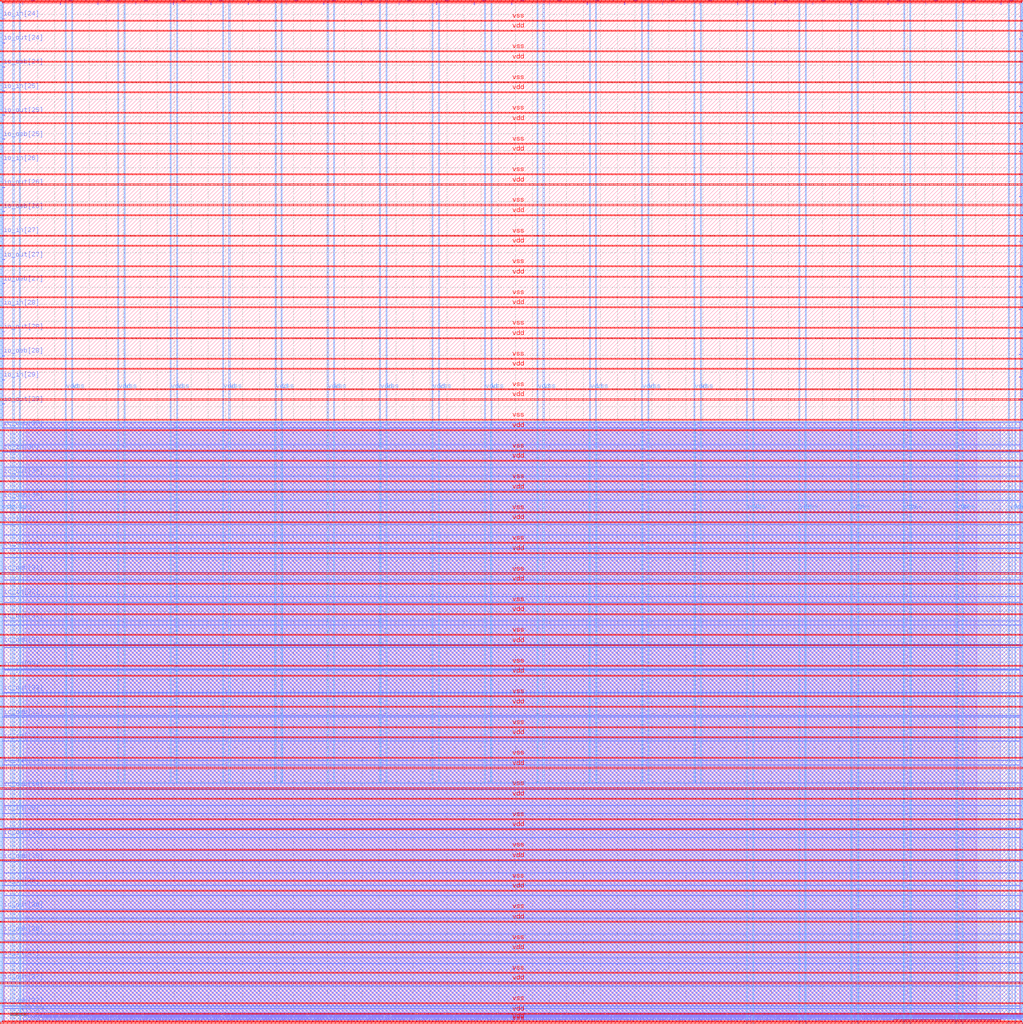
<source format=lef>
VERSION 5.7 ;
  NOWIREEXTENSIONATPIN ON ;
  DIVIDERCHAR "/" ;
  BUSBITCHARS "[]" ;
MACRO user_project_wrapper
  CLASS BLOCK ;
  FOREIGN user_project_wrapper ;
  ORIGIN 0.000 0.000 ;
  SIZE 2980.200 BY 2980.200 ;
  PIN io_in[0]
    DIRECTION INPUT ;
    USE SIGNAL ;
    PORT
      LAYER Metal3 ;
        RECT 2977.800 35.560 2985.000 36.680 ;
    END
  END io_in[0]
  PIN io_in[10]
    DIRECTION INPUT ;
    USE SIGNAL ;
    PORT
      LAYER Metal3 ;
        RECT 2977.800 2017.960 2985.000 2019.080 ;
    END
  END io_in[10]
  PIN io_in[11]
    DIRECTION INPUT ;
    USE SIGNAL ;
    PORT
      LAYER Metal3 ;
        RECT 2977.800 2216.200 2985.000 2217.320 ;
    END
  END io_in[11]
  PIN io_in[12]
    DIRECTION INPUT ;
    USE SIGNAL ;
    PORT
      LAYER Metal3 ;
        RECT 2977.800 2414.440 2985.000 2415.560 ;
    END
  END io_in[12]
  PIN io_in[13]
    DIRECTION INPUT ;
    USE SIGNAL ;
    PORT
      LAYER Metal3 ;
        RECT 2977.800 2612.680 2985.000 2613.800 ;
    END
  END io_in[13]
  PIN io_in[14]
    DIRECTION INPUT ;
    USE SIGNAL ;
    PORT
      LAYER Metal3 ;
        RECT 2977.800 2810.920 2985.000 2812.040 ;
    END
  END io_in[14]
  PIN io_in[15]
    DIRECTION INPUT ;
    USE SIGNAL ;
    PORT
      LAYER Metal2 ;
        RECT 2923.480 2977.800 2924.600 2985.000 ;
    END
  END io_in[15]
  PIN io_in[16]
    DIRECTION INPUT ;
    USE SIGNAL ;
    PORT
      LAYER Metal2 ;
        RECT 2592.520 2977.800 2593.640 2985.000 ;
    END
  END io_in[16]
  PIN io_in[17]
    DIRECTION INPUT ;
    USE SIGNAL ;
    PORT
      LAYER Metal2 ;
        RECT 2261.560 2977.800 2262.680 2985.000 ;
    END
  END io_in[17]
  PIN io_in[18]
    DIRECTION INPUT ;
    USE SIGNAL ;
    PORT
      LAYER Metal2 ;
        RECT 1930.600 2977.800 1931.720 2985.000 ;
    END
  END io_in[18]
  PIN io_in[19]
    DIRECTION INPUT ;
    USE SIGNAL ;
    PORT
      LAYER Metal2 ;
        RECT 1599.640 2977.800 1600.760 2985.000 ;
    END
  END io_in[19]
  PIN io_in[1]
    DIRECTION INPUT ;
    USE SIGNAL ;
    PORT
      LAYER Metal3 ;
        RECT 2977.800 233.800 2985.000 234.920 ;
    END
  END io_in[1]
  PIN io_in[20]
    DIRECTION INPUT ;
    USE SIGNAL ;
    PORT
      LAYER Metal2 ;
        RECT 1268.680 2977.800 1269.800 2985.000 ;
    END
  END io_in[20]
  PIN io_in[21]
    DIRECTION INPUT ;
    USE SIGNAL ;
    PORT
      LAYER Metal2 ;
        RECT 937.720 2977.800 938.840 2985.000 ;
    END
  END io_in[21]
  PIN io_in[22]
    DIRECTION INPUT ;
    USE SIGNAL ;
    PORT
      LAYER Metal2 ;
        RECT 606.760 2977.800 607.880 2985.000 ;
    END
  END io_in[22]
  PIN io_in[23]
    DIRECTION INPUT ;
    USE SIGNAL ;
    PORT
      LAYER Metal2 ;
        RECT 275.800 2977.800 276.920 2985.000 ;
    END
  END io_in[23]
  PIN io_in[24]
    DIRECTION INPUT ;
    USE SIGNAL ;
    PORT
      LAYER Metal3 ;
        RECT -4.800 2935.800 2.400 2936.920 ;
    END
  END io_in[24]
  PIN io_in[25]
    DIRECTION INPUT ;
    USE SIGNAL ;
    PORT
      LAYER Metal3 ;
        RECT -4.800 2724.120 2.400 2725.240 ;
    END
  END io_in[25]
  PIN io_in[26]
    DIRECTION INPUT ;
    USE SIGNAL ;
    PORT
      LAYER Metal3 ;
        RECT -4.800 2512.440 2.400 2513.560 ;
    END
  END io_in[26]
  PIN io_in[27]
    DIRECTION INPUT ;
    USE SIGNAL ;
    PORT
      LAYER Metal3 ;
        RECT -4.800 2300.760 2.400 2301.880 ;
    END
  END io_in[27]
  PIN io_in[28]
    DIRECTION INPUT ;
    USE SIGNAL ;
    PORT
      LAYER Metal3 ;
        RECT -4.800 2089.080 2.400 2090.200 ;
    END
  END io_in[28]
  PIN io_in[29]
    DIRECTION INPUT ;
    USE SIGNAL ;
    PORT
      LAYER Metal3 ;
        RECT -4.800 1877.400 2.400 1878.520 ;
    END
  END io_in[29]
  PIN io_in[2]
    DIRECTION INPUT ;
    USE SIGNAL ;
    PORT
      LAYER Metal3 ;
        RECT 2977.800 432.040 2985.000 433.160 ;
    END
  END io_in[2]
  PIN io_in[30]
    DIRECTION INPUT ;
    USE SIGNAL ;
    PORT
      LAYER Metal3 ;
        RECT -4.800 1665.720 2.400 1666.840 ;
    END
  END io_in[30]
  PIN io_in[31]
    DIRECTION INPUT ;
    USE SIGNAL ;
    PORT
      LAYER Metal3 ;
        RECT -4.800 1454.040 2.400 1455.160 ;
    END
  END io_in[31]
  PIN io_in[32]
    DIRECTION INPUT ;
    USE SIGNAL ;
    PORT
      LAYER Metal3 ;
        RECT -4.800 1242.360 2.400 1243.480 ;
    END
  END io_in[32]
  PIN io_in[33]
    DIRECTION INPUT ;
    USE SIGNAL ;
    PORT
      LAYER Metal3 ;
        RECT -4.800 1030.680 2.400 1031.800 ;
    END
  END io_in[33]
  PIN io_in[34]
    DIRECTION INPUT ;
    USE SIGNAL ;
    PORT
      LAYER Metal3 ;
        RECT -4.800 819.000 2.400 820.120 ;
    END
  END io_in[34]
  PIN io_in[35]
    DIRECTION INPUT ;
    USE SIGNAL ;
    PORT
      LAYER Metal3 ;
        RECT -4.800 607.320 2.400 608.440 ;
    END
  END io_in[35]
  PIN io_in[36]
    DIRECTION INPUT ;
    USE SIGNAL ;
    PORT
      LAYER Metal3 ;
        RECT -4.800 395.640 2.400 396.760 ;
    END
  END io_in[36]
  PIN io_in[37]
    DIRECTION INPUT ;
    USE SIGNAL ;
    PORT
      LAYER Metal3 ;
        RECT -4.800 183.960 2.400 185.080 ;
    END
  END io_in[37]
  PIN io_in[3]
    DIRECTION INPUT ;
    USE SIGNAL ;
    PORT
      LAYER Metal3 ;
        RECT 2977.800 630.280 2985.000 631.400 ;
    END
  END io_in[3]
  PIN io_in[4]
    DIRECTION INPUT ;
    USE SIGNAL ;
    PORT
      LAYER Metal3 ;
        RECT 2977.800 828.520 2985.000 829.640 ;
    END
  END io_in[4]
  PIN io_in[5]
    DIRECTION INPUT ;
    USE SIGNAL ;
    PORT
      LAYER Metal3 ;
        RECT 2977.800 1026.760 2985.000 1027.880 ;
    END
  END io_in[5]
  PIN io_in[6]
    DIRECTION INPUT ;
    USE SIGNAL ;
    PORT
      LAYER Metal3 ;
        RECT 2977.800 1225.000 2985.000 1226.120 ;
    END
  END io_in[6]
  PIN io_in[7]
    DIRECTION INPUT ;
    USE SIGNAL ;
    PORT
      LAYER Metal3 ;
        RECT 2977.800 1423.240 2985.000 1424.360 ;
    END
  END io_in[7]
  PIN io_in[8]
    DIRECTION INPUT ;
    USE SIGNAL ;
    PORT
      LAYER Metal3 ;
        RECT 2977.800 1621.480 2985.000 1622.600 ;
    END
  END io_in[8]
  PIN io_in[9]
    DIRECTION INPUT ;
    USE SIGNAL ;
    PORT
      LAYER Metal3 ;
        RECT 2977.800 1819.720 2985.000 1820.840 ;
    END
  END io_in[9]
  PIN io_oeb[0]
    DIRECTION OUTPUT TRISTATE ;
    USE SIGNAL ;
    PORT
      LAYER Metal3 ;
        RECT 2977.800 167.720 2985.000 168.840 ;
    END
  END io_oeb[0]
  PIN io_oeb[10]
    DIRECTION OUTPUT TRISTATE ;
    USE SIGNAL ;
    PORT
      LAYER Metal3 ;
        RECT 2977.800 2150.120 2985.000 2151.240 ;
    END
  END io_oeb[10]
  PIN io_oeb[11]
    DIRECTION OUTPUT TRISTATE ;
    USE SIGNAL ;
    PORT
      LAYER Metal3 ;
        RECT 2977.800 2348.360 2985.000 2349.480 ;
    END
  END io_oeb[11]
  PIN io_oeb[12]
    DIRECTION OUTPUT TRISTATE ;
    USE SIGNAL ;
    PORT
      LAYER Metal3 ;
        RECT 2977.800 2546.600 2985.000 2547.720 ;
    END
  END io_oeb[12]
  PIN io_oeb[13]
    DIRECTION OUTPUT TRISTATE ;
    USE SIGNAL ;
    PORT
      LAYER Metal3 ;
        RECT 2977.800 2744.840 2985.000 2745.960 ;
    END
  END io_oeb[13]
  PIN io_oeb[14]
    DIRECTION OUTPUT TRISTATE ;
    USE SIGNAL ;
    PORT
      LAYER Metal3 ;
        RECT 2977.800 2943.080 2985.000 2944.200 ;
    END
  END io_oeb[14]
  PIN io_oeb[15]
    DIRECTION OUTPUT TRISTATE ;
    USE SIGNAL ;
    PORT
      LAYER Metal2 ;
        RECT 2702.840 2977.800 2703.960 2985.000 ;
    END
  END io_oeb[15]
  PIN io_oeb[16]
    DIRECTION OUTPUT TRISTATE ;
    USE SIGNAL ;
    PORT
      LAYER Metal2 ;
        RECT 2371.880 2977.800 2373.000 2985.000 ;
    END
  END io_oeb[16]
  PIN io_oeb[17]
    DIRECTION OUTPUT TRISTATE ;
    USE SIGNAL ;
    PORT
      LAYER Metal2 ;
        RECT 2040.920 2977.800 2042.040 2985.000 ;
    END
  END io_oeb[17]
  PIN io_oeb[18]
    DIRECTION OUTPUT TRISTATE ;
    USE SIGNAL ;
    PORT
      LAYER Metal2 ;
        RECT 1709.960 2977.800 1711.080 2985.000 ;
    END
  END io_oeb[18]
  PIN io_oeb[19]
    DIRECTION OUTPUT TRISTATE ;
    USE SIGNAL ;
    PORT
      LAYER Metal2 ;
        RECT 1379.000 2977.800 1380.120 2985.000 ;
    END
  END io_oeb[19]
  PIN io_oeb[1]
    DIRECTION OUTPUT TRISTATE ;
    USE SIGNAL ;
    PORT
      LAYER Metal3 ;
        RECT 2977.800 365.960 2985.000 367.080 ;
    END
  END io_oeb[1]
  PIN io_oeb[20]
    DIRECTION OUTPUT TRISTATE ;
    USE SIGNAL ;
    PORT
      LAYER Metal2 ;
        RECT 1048.040 2977.800 1049.160 2985.000 ;
    END
  END io_oeb[20]
  PIN io_oeb[21]
    DIRECTION OUTPUT TRISTATE ;
    USE SIGNAL ;
    PORT
      LAYER Metal2 ;
        RECT 717.080 2977.800 718.200 2985.000 ;
    END
  END io_oeb[21]
  PIN io_oeb[22]
    DIRECTION OUTPUT TRISTATE ;
    USE SIGNAL ;
    PORT
      LAYER Metal2 ;
        RECT 386.120 2977.800 387.240 2985.000 ;
    END
  END io_oeb[22]
  PIN io_oeb[23]
    DIRECTION OUTPUT TRISTATE ;
    USE SIGNAL ;
    PORT
      LAYER Metal2 ;
        RECT 55.160 2977.800 56.280 2985.000 ;
    END
  END io_oeb[23]
  PIN io_oeb[24]
    DIRECTION OUTPUT TRISTATE ;
    USE SIGNAL ;
    PORT
      LAYER Metal3 ;
        RECT -4.800 2794.680 2.400 2795.800 ;
    END
  END io_oeb[24]
  PIN io_oeb[25]
    DIRECTION OUTPUT TRISTATE ;
    USE SIGNAL ;
    PORT
      LAYER Metal3 ;
        RECT -4.800 2583.000 2.400 2584.120 ;
    END
  END io_oeb[25]
  PIN io_oeb[26]
    DIRECTION OUTPUT TRISTATE ;
    USE SIGNAL ;
    PORT
      LAYER Metal3 ;
        RECT -4.800 2371.320 2.400 2372.440 ;
    END
  END io_oeb[26]
  PIN io_oeb[27]
    DIRECTION OUTPUT TRISTATE ;
    USE SIGNAL ;
    PORT
      LAYER Metal3 ;
        RECT -4.800 2159.640 2.400 2160.760 ;
    END
  END io_oeb[27]
  PIN io_oeb[28]
    DIRECTION OUTPUT TRISTATE ;
    USE SIGNAL ;
    PORT
      LAYER Metal3 ;
        RECT -4.800 1947.960 2.400 1949.080 ;
    END
  END io_oeb[28]
  PIN io_oeb[29]
    DIRECTION OUTPUT TRISTATE ;
    USE SIGNAL ;
    PORT
      LAYER Metal3 ;
        RECT -4.800 1736.280 2.400 1737.400 ;
    END
  END io_oeb[29]
  PIN io_oeb[2]
    DIRECTION OUTPUT TRISTATE ;
    USE SIGNAL ;
    PORT
      LAYER Metal3 ;
        RECT 2977.800 564.200 2985.000 565.320 ;
    END
  END io_oeb[2]
  PIN io_oeb[30]
    DIRECTION OUTPUT TRISTATE ;
    USE SIGNAL ;
    PORT
      LAYER Metal3 ;
        RECT -4.800 1524.600 2.400 1525.720 ;
    END
  END io_oeb[30]
  PIN io_oeb[31]
    DIRECTION OUTPUT TRISTATE ;
    USE SIGNAL ;
    PORT
      LAYER Metal3 ;
        RECT -4.800 1312.920 2.400 1314.040 ;
    END
  END io_oeb[31]
  PIN io_oeb[32]
    DIRECTION OUTPUT TRISTATE ;
    USE SIGNAL ;
    PORT
      LAYER Metal3 ;
        RECT -4.800 1101.240 2.400 1102.360 ;
    END
  END io_oeb[32]
  PIN io_oeb[33]
    DIRECTION OUTPUT TRISTATE ;
    USE SIGNAL ;
    PORT
      LAYER Metal3 ;
        RECT -4.800 889.560 2.400 890.680 ;
    END
  END io_oeb[33]
  PIN io_oeb[34]
    DIRECTION OUTPUT TRISTATE ;
    USE SIGNAL ;
    PORT
      LAYER Metal3 ;
        RECT -4.800 677.880 2.400 679.000 ;
    END
  END io_oeb[34]
  PIN io_oeb[35]
    DIRECTION OUTPUT TRISTATE ;
    USE SIGNAL ;
    PORT
      LAYER Metal3 ;
        RECT -4.800 466.200 2.400 467.320 ;
    END
  END io_oeb[35]
  PIN io_oeb[36]
    DIRECTION OUTPUT TRISTATE ;
    USE SIGNAL ;
    PORT
      LAYER Metal3 ;
        RECT -4.800 254.520 2.400 255.640 ;
    END
  END io_oeb[36]
  PIN io_oeb[37]
    DIRECTION OUTPUT TRISTATE ;
    USE SIGNAL ;
    PORT
      LAYER Metal3 ;
        RECT -4.800 42.840 2.400 43.960 ;
    END
  END io_oeb[37]
  PIN io_oeb[3]
    DIRECTION OUTPUT TRISTATE ;
    USE SIGNAL ;
    PORT
      LAYER Metal3 ;
        RECT 2977.800 762.440 2985.000 763.560 ;
    END
  END io_oeb[3]
  PIN io_oeb[4]
    DIRECTION OUTPUT TRISTATE ;
    USE SIGNAL ;
    PORT
      LAYER Metal3 ;
        RECT 2977.800 960.680 2985.000 961.800 ;
    END
  END io_oeb[4]
  PIN io_oeb[5]
    DIRECTION OUTPUT TRISTATE ;
    USE SIGNAL ;
    PORT
      LAYER Metal3 ;
        RECT 2977.800 1158.920 2985.000 1160.040 ;
    END
  END io_oeb[5]
  PIN io_oeb[6]
    DIRECTION OUTPUT TRISTATE ;
    USE SIGNAL ;
    PORT
      LAYER Metal3 ;
        RECT 2977.800 1357.160 2985.000 1358.280 ;
    END
  END io_oeb[6]
  PIN io_oeb[7]
    DIRECTION OUTPUT TRISTATE ;
    USE SIGNAL ;
    PORT
      LAYER Metal3 ;
        RECT 2977.800 1555.400 2985.000 1556.520 ;
    END
  END io_oeb[7]
  PIN io_oeb[8]
    DIRECTION OUTPUT TRISTATE ;
    USE SIGNAL ;
    PORT
      LAYER Metal3 ;
        RECT 2977.800 1753.640 2985.000 1754.760 ;
    END
  END io_oeb[8]
  PIN io_oeb[9]
    DIRECTION OUTPUT TRISTATE ;
    USE SIGNAL ;
    PORT
      LAYER Metal3 ;
        RECT 2977.800 1951.880 2985.000 1953.000 ;
    END
  END io_oeb[9]
  PIN io_out[0]
    DIRECTION OUTPUT TRISTATE ;
    USE SIGNAL ;
    PORT
      LAYER Metal3 ;
        RECT 2977.800 101.640 2985.000 102.760 ;
    END
  END io_out[0]
  PIN io_out[10]
    DIRECTION OUTPUT TRISTATE ;
    USE SIGNAL ;
    PORT
      LAYER Metal3 ;
        RECT 2977.800 2084.040 2985.000 2085.160 ;
    END
  END io_out[10]
  PIN io_out[11]
    DIRECTION OUTPUT TRISTATE ;
    USE SIGNAL ;
    PORT
      LAYER Metal3 ;
        RECT 2977.800 2282.280 2985.000 2283.400 ;
    END
  END io_out[11]
  PIN io_out[12]
    DIRECTION OUTPUT TRISTATE ;
    USE SIGNAL ;
    PORT
      LAYER Metal3 ;
        RECT 2977.800 2480.520 2985.000 2481.640 ;
    END
  END io_out[12]
  PIN io_out[13]
    DIRECTION OUTPUT TRISTATE ;
    USE SIGNAL ;
    PORT
      LAYER Metal3 ;
        RECT 2977.800 2678.760 2985.000 2679.880 ;
    END
  END io_out[13]
  PIN io_out[14]
    DIRECTION OUTPUT TRISTATE ;
    USE SIGNAL ;
    PORT
      LAYER Metal3 ;
        RECT 2977.800 2877.000 2985.000 2878.120 ;
    END
  END io_out[14]
  PIN io_out[15]
    DIRECTION OUTPUT TRISTATE ;
    USE SIGNAL ;
    PORT
      LAYER Metal2 ;
        RECT 2813.160 2977.800 2814.280 2985.000 ;
    END
  END io_out[15]
  PIN io_out[16]
    DIRECTION OUTPUT TRISTATE ;
    USE SIGNAL ;
    PORT
      LAYER Metal2 ;
        RECT 2482.200 2977.800 2483.320 2985.000 ;
    END
  END io_out[16]
  PIN io_out[17]
    DIRECTION OUTPUT TRISTATE ;
    USE SIGNAL ;
    PORT
      LAYER Metal2 ;
        RECT 2151.240 2977.800 2152.360 2985.000 ;
    END
  END io_out[17]
  PIN io_out[18]
    DIRECTION OUTPUT TRISTATE ;
    USE SIGNAL ;
    PORT
      LAYER Metal2 ;
        RECT 1820.280 2977.800 1821.400 2985.000 ;
    END
  END io_out[18]
  PIN io_out[19]
    DIRECTION OUTPUT TRISTATE ;
    USE SIGNAL ;
    PORT
      LAYER Metal2 ;
        RECT 1489.320 2977.800 1490.440 2985.000 ;
    END
  END io_out[19]
  PIN io_out[1]
    DIRECTION OUTPUT TRISTATE ;
    USE SIGNAL ;
    PORT
      LAYER Metal3 ;
        RECT 2977.800 299.880 2985.000 301.000 ;
    END
  END io_out[1]
  PIN io_out[20]
    DIRECTION OUTPUT TRISTATE ;
    USE SIGNAL ;
    PORT
      LAYER Metal2 ;
        RECT 1158.360 2977.800 1159.480 2985.000 ;
    END
  END io_out[20]
  PIN io_out[21]
    DIRECTION OUTPUT TRISTATE ;
    USE SIGNAL ;
    PORT
      LAYER Metal2 ;
        RECT 827.400 2977.800 828.520 2985.000 ;
    END
  END io_out[21]
  PIN io_out[22]
    DIRECTION OUTPUT TRISTATE ;
    USE SIGNAL ;
    PORT
      LAYER Metal2 ;
        RECT 496.440 2977.800 497.560 2985.000 ;
    END
  END io_out[22]
  PIN io_out[23]
    DIRECTION OUTPUT TRISTATE ;
    USE SIGNAL ;
    PORT
      LAYER Metal2 ;
        RECT 165.480 2977.800 166.600 2985.000 ;
    END
  END io_out[23]
  PIN io_out[24]
    DIRECTION OUTPUT TRISTATE ;
    USE SIGNAL ;
    PORT
      LAYER Metal3 ;
        RECT -4.800 2865.240 2.400 2866.360 ;
    END
  END io_out[24]
  PIN io_out[25]
    DIRECTION OUTPUT TRISTATE ;
    USE SIGNAL ;
    PORT
      LAYER Metal3 ;
        RECT -4.800 2653.560 2.400 2654.680 ;
    END
  END io_out[25]
  PIN io_out[26]
    DIRECTION OUTPUT TRISTATE ;
    USE SIGNAL ;
    PORT
      LAYER Metal3 ;
        RECT -4.800 2441.880 2.400 2443.000 ;
    END
  END io_out[26]
  PIN io_out[27]
    DIRECTION OUTPUT TRISTATE ;
    USE SIGNAL ;
    PORT
      LAYER Metal3 ;
        RECT -4.800 2230.200 2.400 2231.320 ;
    END
  END io_out[27]
  PIN io_out[28]
    DIRECTION OUTPUT TRISTATE ;
    USE SIGNAL ;
    PORT
      LAYER Metal3 ;
        RECT -4.800 2018.520 2.400 2019.640 ;
    END
  END io_out[28]
  PIN io_out[29]
    DIRECTION OUTPUT TRISTATE ;
    USE SIGNAL ;
    PORT
      LAYER Metal3 ;
        RECT -4.800 1806.840 2.400 1807.960 ;
    END
  END io_out[29]
  PIN io_out[2]
    DIRECTION OUTPUT TRISTATE ;
    USE SIGNAL ;
    PORT
      LAYER Metal3 ;
        RECT 2977.800 498.120 2985.000 499.240 ;
    END
  END io_out[2]
  PIN io_out[30]
    DIRECTION OUTPUT TRISTATE ;
    USE SIGNAL ;
    PORT
      LAYER Metal3 ;
        RECT -4.800 1595.160 2.400 1596.280 ;
    END
  END io_out[30]
  PIN io_out[31]
    DIRECTION OUTPUT TRISTATE ;
    USE SIGNAL ;
    PORT
      LAYER Metal3 ;
        RECT -4.800 1383.480 2.400 1384.600 ;
    END
  END io_out[31]
  PIN io_out[32]
    DIRECTION OUTPUT TRISTATE ;
    USE SIGNAL ;
    PORT
      LAYER Metal3 ;
        RECT -4.800 1171.800 2.400 1172.920 ;
    END
  END io_out[32]
  PIN io_out[33]
    DIRECTION OUTPUT TRISTATE ;
    USE SIGNAL ;
    PORT
      LAYER Metal3 ;
        RECT -4.800 960.120 2.400 961.240 ;
    END
  END io_out[33]
  PIN io_out[34]
    DIRECTION OUTPUT TRISTATE ;
    USE SIGNAL ;
    PORT
      LAYER Metal3 ;
        RECT -4.800 748.440 2.400 749.560 ;
    END
  END io_out[34]
  PIN io_out[35]
    DIRECTION OUTPUT TRISTATE ;
    USE SIGNAL ;
    PORT
      LAYER Metal3 ;
        RECT -4.800 536.760 2.400 537.880 ;
    END
  END io_out[35]
  PIN io_out[36]
    DIRECTION OUTPUT TRISTATE ;
    USE SIGNAL ;
    PORT
      LAYER Metal3 ;
        RECT -4.800 325.080 2.400 326.200 ;
    END
  END io_out[36]
  PIN io_out[37]
    DIRECTION OUTPUT TRISTATE ;
    USE SIGNAL ;
    PORT
      LAYER Metal3 ;
        RECT -4.800 113.400 2.400 114.520 ;
    END
  END io_out[37]
  PIN io_out[3]
    DIRECTION OUTPUT TRISTATE ;
    USE SIGNAL ;
    PORT
      LAYER Metal3 ;
        RECT 2977.800 696.360 2985.000 697.480 ;
    END
  END io_out[3]
  PIN io_out[4]
    DIRECTION OUTPUT TRISTATE ;
    USE SIGNAL ;
    PORT
      LAYER Metal3 ;
        RECT 2977.800 894.600 2985.000 895.720 ;
    END
  END io_out[4]
  PIN io_out[5]
    DIRECTION OUTPUT TRISTATE ;
    USE SIGNAL ;
    PORT
      LAYER Metal3 ;
        RECT 2977.800 1092.840 2985.000 1093.960 ;
    END
  END io_out[5]
  PIN io_out[6]
    DIRECTION OUTPUT TRISTATE ;
    USE SIGNAL ;
    PORT
      LAYER Metal3 ;
        RECT 2977.800 1291.080 2985.000 1292.200 ;
    END
  END io_out[6]
  PIN io_out[7]
    DIRECTION OUTPUT TRISTATE ;
    USE SIGNAL ;
    PORT
      LAYER Metal3 ;
        RECT 2977.800 1489.320 2985.000 1490.440 ;
    END
  END io_out[7]
  PIN io_out[8]
    DIRECTION OUTPUT TRISTATE ;
    USE SIGNAL ;
    PORT
      LAYER Metal3 ;
        RECT 2977.800 1687.560 2985.000 1688.680 ;
    END
  END io_out[8]
  PIN io_out[9]
    DIRECTION OUTPUT TRISTATE ;
    USE SIGNAL ;
    PORT
      LAYER Metal3 ;
        RECT 2977.800 1885.800 2985.000 1886.920 ;
    END
  END io_out[9]
  PIN la_data_in[0]
    DIRECTION INPUT ;
    USE SIGNAL ;
    PORT
      LAYER Metal2 ;
        RECT 1065.960 -4.800 1067.080 2.400 ;
    END
  END la_data_in[0]
  PIN la_data_in[10]
    DIRECTION INPUT ;
    USE SIGNAL ;
    PORT
      LAYER Metal2 ;
        RECT 1351.560 -4.800 1352.680 2.400 ;
    END
  END la_data_in[10]
  PIN la_data_in[11]
    DIRECTION INPUT ;
    USE SIGNAL ;
    PORT
      LAYER Metal2 ;
        RECT 1380.120 -4.800 1381.240 2.400 ;
    END
  END la_data_in[11]
  PIN la_data_in[12]
    DIRECTION INPUT ;
    USE SIGNAL ;
    PORT
      LAYER Metal2 ;
        RECT 1408.680 -4.800 1409.800 2.400 ;
    END
  END la_data_in[12]
  PIN la_data_in[13]
    DIRECTION INPUT ;
    USE SIGNAL ;
    PORT
      LAYER Metal2 ;
        RECT 1437.240 -4.800 1438.360 2.400 ;
    END
  END la_data_in[13]
  PIN la_data_in[14]
    DIRECTION INPUT ;
    USE SIGNAL ;
    PORT
      LAYER Metal2 ;
        RECT 1465.800 -4.800 1466.920 2.400 ;
    END
  END la_data_in[14]
  PIN la_data_in[15]
    DIRECTION INPUT ;
    USE SIGNAL ;
    PORT
      LAYER Metal2 ;
        RECT 1494.360 -4.800 1495.480 2.400 ;
    END
  END la_data_in[15]
  PIN la_data_in[16]
    DIRECTION INPUT ;
    USE SIGNAL ;
    PORT
      LAYER Metal2 ;
        RECT 1522.920 -4.800 1524.040 2.400 ;
    END
  END la_data_in[16]
  PIN la_data_in[17]
    DIRECTION INPUT ;
    USE SIGNAL ;
    PORT
      LAYER Metal2 ;
        RECT 1551.480 -4.800 1552.600 2.400 ;
    END
  END la_data_in[17]
  PIN la_data_in[18]
    DIRECTION INPUT ;
    USE SIGNAL ;
    PORT
      LAYER Metal2 ;
        RECT 1580.040 -4.800 1581.160 2.400 ;
    END
  END la_data_in[18]
  PIN la_data_in[19]
    DIRECTION INPUT ;
    USE SIGNAL ;
    PORT
      LAYER Metal2 ;
        RECT 1608.600 -4.800 1609.720 2.400 ;
    END
  END la_data_in[19]
  PIN la_data_in[1]
    DIRECTION INPUT ;
    USE SIGNAL ;
    PORT
      LAYER Metal2 ;
        RECT 1094.520 -4.800 1095.640 2.400 ;
    END
  END la_data_in[1]
  PIN la_data_in[20]
    DIRECTION INPUT ;
    USE SIGNAL ;
    PORT
      LAYER Metal2 ;
        RECT 1637.160 -4.800 1638.280 2.400 ;
    END
  END la_data_in[20]
  PIN la_data_in[21]
    DIRECTION INPUT ;
    USE SIGNAL ;
    PORT
      LAYER Metal2 ;
        RECT 1665.720 -4.800 1666.840 2.400 ;
    END
  END la_data_in[21]
  PIN la_data_in[22]
    DIRECTION INPUT ;
    USE SIGNAL ;
    PORT
      LAYER Metal2 ;
        RECT 1694.280 -4.800 1695.400 2.400 ;
    END
  END la_data_in[22]
  PIN la_data_in[23]
    DIRECTION INPUT ;
    USE SIGNAL ;
    PORT
      LAYER Metal2 ;
        RECT 1722.840 -4.800 1723.960 2.400 ;
    END
  END la_data_in[23]
  PIN la_data_in[24]
    DIRECTION INPUT ;
    USE SIGNAL ;
    PORT
      LAYER Metal2 ;
        RECT 1751.400 -4.800 1752.520 2.400 ;
    END
  END la_data_in[24]
  PIN la_data_in[25]
    DIRECTION INPUT ;
    USE SIGNAL ;
    PORT
      LAYER Metal2 ;
        RECT 1779.960 -4.800 1781.080 2.400 ;
    END
  END la_data_in[25]
  PIN la_data_in[26]
    DIRECTION INPUT ;
    USE SIGNAL ;
    PORT
      LAYER Metal2 ;
        RECT 1808.520 -4.800 1809.640 2.400 ;
    END
  END la_data_in[26]
  PIN la_data_in[27]
    DIRECTION INPUT ;
    USE SIGNAL ;
    PORT
      LAYER Metal2 ;
        RECT 1837.080 -4.800 1838.200 2.400 ;
    END
  END la_data_in[27]
  PIN la_data_in[28]
    DIRECTION INPUT ;
    USE SIGNAL ;
    PORT
      LAYER Metal2 ;
        RECT 1865.640 -4.800 1866.760 2.400 ;
    END
  END la_data_in[28]
  PIN la_data_in[29]
    DIRECTION INPUT ;
    USE SIGNAL ;
    PORT
      LAYER Metal2 ;
        RECT 1894.200 -4.800 1895.320 2.400 ;
    END
  END la_data_in[29]
  PIN la_data_in[2]
    DIRECTION INPUT ;
    USE SIGNAL ;
    PORT
      LAYER Metal2 ;
        RECT 1123.080 -4.800 1124.200 2.400 ;
    END
  END la_data_in[2]
  PIN la_data_in[30]
    DIRECTION INPUT ;
    USE SIGNAL ;
    PORT
      LAYER Metal2 ;
        RECT 1922.760 -4.800 1923.880 2.400 ;
    END
  END la_data_in[30]
  PIN la_data_in[31]
    DIRECTION INPUT ;
    USE SIGNAL ;
    PORT
      LAYER Metal2 ;
        RECT 1951.320 -4.800 1952.440 2.400 ;
    END
  END la_data_in[31]
  PIN la_data_in[32]
    DIRECTION INPUT ;
    USE SIGNAL ;
    PORT
      LAYER Metal2 ;
        RECT 1979.880 -4.800 1981.000 2.400 ;
    END
  END la_data_in[32]
  PIN la_data_in[33]
    DIRECTION INPUT ;
    USE SIGNAL ;
    PORT
      LAYER Metal2 ;
        RECT 2008.440 -4.800 2009.560 2.400 ;
    END
  END la_data_in[33]
  PIN la_data_in[34]
    DIRECTION INPUT ;
    USE SIGNAL ;
    PORT
      LAYER Metal2 ;
        RECT 2037.000 -4.800 2038.120 2.400 ;
    END
  END la_data_in[34]
  PIN la_data_in[35]
    DIRECTION INPUT ;
    USE SIGNAL ;
    PORT
      LAYER Metal2 ;
        RECT 2065.560 -4.800 2066.680 2.400 ;
    END
  END la_data_in[35]
  PIN la_data_in[36]
    DIRECTION INPUT ;
    USE SIGNAL ;
    PORT
      LAYER Metal2 ;
        RECT 2094.120 -4.800 2095.240 2.400 ;
    END
  END la_data_in[36]
  PIN la_data_in[37]
    DIRECTION INPUT ;
    USE SIGNAL ;
    PORT
      LAYER Metal2 ;
        RECT 2122.680 -4.800 2123.800 2.400 ;
    END
  END la_data_in[37]
  PIN la_data_in[38]
    DIRECTION INPUT ;
    USE SIGNAL ;
    PORT
      LAYER Metal2 ;
        RECT 2151.240 -4.800 2152.360 2.400 ;
    END
  END la_data_in[38]
  PIN la_data_in[39]
    DIRECTION INPUT ;
    USE SIGNAL ;
    PORT
      LAYER Metal2 ;
        RECT 2179.800 -4.800 2180.920 2.400 ;
    END
  END la_data_in[39]
  PIN la_data_in[3]
    DIRECTION INPUT ;
    USE SIGNAL ;
    PORT
      LAYER Metal2 ;
        RECT 1151.640 -4.800 1152.760 2.400 ;
    END
  END la_data_in[3]
  PIN la_data_in[40]
    DIRECTION INPUT ;
    USE SIGNAL ;
    PORT
      LAYER Metal2 ;
        RECT 2208.360 -4.800 2209.480 2.400 ;
    END
  END la_data_in[40]
  PIN la_data_in[41]
    DIRECTION INPUT ;
    USE SIGNAL ;
    PORT
      LAYER Metal2 ;
        RECT 2236.920 -4.800 2238.040 2.400 ;
    END
  END la_data_in[41]
  PIN la_data_in[42]
    DIRECTION INPUT ;
    USE SIGNAL ;
    PORT
      LAYER Metal2 ;
        RECT 2265.480 -4.800 2266.600 2.400 ;
    END
  END la_data_in[42]
  PIN la_data_in[43]
    DIRECTION INPUT ;
    USE SIGNAL ;
    PORT
      LAYER Metal2 ;
        RECT 2294.040 -4.800 2295.160 2.400 ;
    END
  END la_data_in[43]
  PIN la_data_in[44]
    DIRECTION INPUT ;
    USE SIGNAL ;
    PORT
      LAYER Metal2 ;
        RECT 2322.600 -4.800 2323.720 2.400 ;
    END
  END la_data_in[44]
  PIN la_data_in[45]
    DIRECTION INPUT ;
    USE SIGNAL ;
    PORT
      LAYER Metal2 ;
        RECT 2351.160 -4.800 2352.280 2.400 ;
    END
  END la_data_in[45]
  PIN la_data_in[46]
    DIRECTION INPUT ;
    USE SIGNAL ;
    PORT
      LAYER Metal2 ;
        RECT 2379.720 -4.800 2380.840 2.400 ;
    END
  END la_data_in[46]
  PIN la_data_in[47]
    DIRECTION INPUT ;
    USE SIGNAL ;
    PORT
      LAYER Metal2 ;
        RECT 2408.280 -4.800 2409.400 2.400 ;
    END
  END la_data_in[47]
  PIN la_data_in[48]
    DIRECTION INPUT ;
    USE SIGNAL ;
    PORT
      LAYER Metal2 ;
        RECT 2436.840 -4.800 2437.960 2.400 ;
    END
  END la_data_in[48]
  PIN la_data_in[49]
    DIRECTION INPUT ;
    USE SIGNAL ;
    PORT
      LAYER Metal2 ;
        RECT 2465.400 -4.800 2466.520 2.400 ;
    END
  END la_data_in[49]
  PIN la_data_in[4]
    DIRECTION INPUT ;
    USE SIGNAL ;
    PORT
      LAYER Metal2 ;
        RECT 1180.200 -4.800 1181.320 2.400 ;
    END
  END la_data_in[4]
  PIN la_data_in[50]
    DIRECTION INPUT ;
    USE SIGNAL ;
    PORT
      LAYER Metal2 ;
        RECT 2493.960 -4.800 2495.080 2.400 ;
    END
  END la_data_in[50]
  PIN la_data_in[51]
    DIRECTION INPUT ;
    USE SIGNAL ;
    PORT
      LAYER Metal2 ;
        RECT 2522.520 -4.800 2523.640 2.400 ;
    END
  END la_data_in[51]
  PIN la_data_in[52]
    DIRECTION INPUT ;
    USE SIGNAL ;
    PORT
      LAYER Metal2 ;
        RECT 2551.080 -4.800 2552.200 2.400 ;
    END
  END la_data_in[52]
  PIN la_data_in[53]
    DIRECTION INPUT ;
    USE SIGNAL ;
    PORT
      LAYER Metal2 ;
        RECT 2579.640 -4.800 2580.760 2.400 ;
    END
  END la_data_in[53]
  PIN la_data_in[54]
    DIRECTION INPUT ;
    USE SIGNAL ;
    PORT
      LAYER Metal2 ;
        RECT 2608.200 -4.800 2609.320 2.400 ;
    END
  END la_data_in[54]
  PIN la_data_in[55]
    DIRECTION INPUT ;
    USE SIGNAL ;
    PORT
      LAYER Metal2 ;
        RECT 2636.760 -4.800 2637.880 2.400 ;
    END
  END la_data_in[55]
  PIN la_data_in[56]
    DIRECTION INPUT ;
    USE SIGNAL ;
    PORT
      LAYER Metal2 ;
        RECT 2665.320 -4.800 2666.440 2.400 ;
    END
  END la_data_in[56]
  PIN la_data_in[57]
    DIRECTION INPUT ;
    USE SIGNAL ;
    PORT
      LAYER Metal2 ;
        RECT 2693.880 -4.800 2695.000 2.400 ;
    END
  END la_data_in[57]
  PIN la_data_in[58]
    DIRECTION INPUT ;
    USE SIGNAL ;
    PORT
      LAYER Metal2 ;
        RECT 2722.440 -4.800 2723.560 2.400 ;
    END
  END la_data_in[58]
  PIN la_data_in[59]
    DIRECTION INPUT ;
    USE SIGNAL ;
    PORT
      LAYER Metal2 ;
        RECT 2751.000 -4.800 2752.120 2.400 ;
    END
  END la_data_in[59]
  PIN la_data_in[5]
    DIRECTION INPUT ;
    USE SIGNAL ;
    PORT
      LAYER Metal2 ;
        RECT 1208.760 -4.800 1209.880 2.400 ;
    END
  END la_data_in[5]
  PIN la_data_in[60]
    DIRECTION INPUT ;
    USE SIGNAL ;
    PORT
      LAYER Metal2 ;
        RECT 2779.560 -4.800 2780.680 2.400 ;
    END
  END la_data_in[60]
  PIN la_data_in[61]
    DIRECTION INPUT ;
    USE SIGNAL ;
    PORT
      LAYER Metal2 ;
        RECT 2808.120 -4.800 2809.240 2.400 ;
    END
  END la_data_in[61]
  PIN la_data_in[62]
    DIRECTION INPUT ;
    USE SIGNAL ;
    PORT
      LAYER Metal2 ;
        RECT 2836.680 -4.800 2837.800 2.400 ;
    END
  END la_data_in[62]
  PIN la_data_in[63]
    DIRECTION INPUT ;
    USE SIGNAL ;
    PORT
      LAYER Metal2 ;
        RECT 2865.240 -4.800 2866.360 2.400 ;
    END
  END la_data_in[63]
  PIN la_data_in[6]
    DIRECTION INPUT ;
    USE SIGNAL ;
    PORT
      LAYER Metal2 ;
        RECT 1237.320 -4.800 1238.440 2.400 ;
    END
  END la_data_in[6]
  PIN la_data_in[7]
    DIRECTION INPUT ;
    USE SIGNAL ;
    PORT
      LAYER Metal2 ;
        RECT 1265.880 -4.800 1267.000 2.400 ;
    END
  END la_data_in[7]
  PIN la_data_in[8]
    DIRECTION INPUT ;
    USE SIGNAL ;
    PORT
      LAYER Metal2 ;
        RECT 1294.440 -4.800 1295.560 2.400 ;
    END
  END la_data_in[8]
  PIN la_data_in[9]
    DIRECTION INPUT ;
    USE SIGNAL ;
    PORT
      LAYER Metal2 ;
        RECT 1323.000 -4.800 1324.120 2.400 ;
    END
  END la_data_in[9]
  PIN la_data_out[0]
    DIRECTION OUTPUT TRISTATE ;
    USE SIGNAL ;
    PORT
      LAYER Metal2 ;
        RECT 1075.480 -4.800 1076.600 2.400 ;
    END
  END la_data_out[0]
  PIN la_data_out[10]
    DIRECTION OUTPUT TRISTATE ;
    USE SIGNAL ;
    PORT
      LAYER Metal2 ;
        RECT 1361.080 -4.800 1362.200 2.400 ;
    END
  END la_data_out[10]
  PIN la_data_out[11]
    DIRECTION OUTPUT TRISTATE ;
    USE SIGNAL ;
    PORT
      LAYER Metal2 ;
        RECT 1389.640 -4.800 1390.760 2.400 ;
    END
  END la_data_out[11]
  PIN la_data_out[12]
    DIRECTION OUTPUT TRISTATE ;
    USE SIGNAL ;
    PORT
      LAYER Metal2 ;
        RECT 1418.200 -4.800 1419.320 2.400 ;
    END
  END la_data_out[12]
  PIN la_data_out[13]
    DIRECTION OUTPUT TRISTATE ;
    USE SIGNAL ;
    PORT
      LAYER Metal2 ;
        RECT 1446.760 -4.800 1447.880 2.400 ;
    END
  END la_data_out[13]
  PIN la_data_out[14]
    DIRECTION OUTPUT TRISTATE ;
    USE SIGNAL ;
    PORT
      LAYER Metal2 ;
        RECT 1475.320 -4.800 1476.440 2.400 ;
    END
  END la_data_out[14]
  PIN la_data_out[15]
    DIRECTION OUTPUT TRISTATE ;
    USE SIGNAL ;
    PORT
      LAYER Metal2 ;
        RECT 1503.880 -4.800 1505.000 2.400 ;
    END
  END la_data_out[15]
  PIN la_data_out[16]
    DIRECTION OUTPUT TRISTATE ;
    USE SIGNAL ;
    PORT
      LAYER Metal2 ;
        RECT 1532.440 -4.800 1533.560 2.400 ;
    END
  END la_data_out[16]
  PIN la_data_out[17]
    DIRECTION OUTPUT TRISTATE ;
    USE SIGNAL ;
    PORT
      LAYER Metal2 ;
        RECT 1561.000 -4.800 1562.120 2.400 ;
    END
  END la_data_out[17]
  PIN la_data_out[18]
    DIRECTION OUTPUT TRISTATE ;
    USE SIGNAL ;
    PORT
      LAYER Metal2 ;
        RECT 1589.560 -4.800 1590.680 2.400 ;
    END
  END la_data_out[18]
  PIN la_data_out[19]
    DIRECTION OUTPUT TRISTATE ;
    USE SIGNAL ;
    PORT
      LAYER Metal2 ;
        RECT 1618.120 -4.800 1619.240 2.400 ;
    END
  END la_data_out[19]
  PIN la_data_out[1]
    DIRECTION OUTPUT TRISTATE ;
    USE SIGNAL ;
    PORT
      LAYER Metal2 ;
        RECT 1104.040 -4.800 1105.160 2.400 ;
    END
  END la_data_out[1]
  PIN la_data_out[20]
    DIRECTION OUTPUT TRISTATE ;
    USE SIGNAL ;
    PORT
      LAYER Metal2 ;
        RECT 1646.680 -4.800 1647.800 2.400 ;
    END
  END la_data_out[20]
  PIN la_data_out[21]
    DIRECTION OUTPUT TRISTATE ;
    USE SIGNAL ;
    PORT
      LAYER Metal2 ;
        RECT 1675.240 -4.800 1676.360 2.400 ;
    END
  END la_data_out[21]
  PIN la_data_out[22]
    DIRECTION OUTPUT TRISTATE ;
    USE SIGNAL ;
    PORT
      LAYER Metal2 ;
        RECT 1703.800 -4.800 1704.920 2.400 ;
    END
  END la_data_out[22]
  PIN la_data_out[23]
    DIRECTION OUTPUT TRISTATE ;
    USE SIGNAL ;
    PORT
      LAYER Metal2 ;
        RECT 1732.360 -4.800 1733.480 2.400 ;
    END
  END la_data_out[23]
  PIN la_data_out[24]
    DIRECTION OUTPUT TRISTATE ;
    USE SIGNAL ;
    PORT
      LAYER Metal2 ;
        RECT 1760.920 -4.800 1762.040 2.400 ;
    END
  END la_data_out[24]
  PIN la_data_out[25]
    DIRECTION OUTPUT TRISTATE ;
    USE SIGNAL ;
    PORT
      LAYER Metal2 ;
        RECT 1789.480 -4.800 1790.600 2.400 ;
    END
  END la_data_out[25]
  PIN la_data_out[26]
    DIRECTION OUTPUT TRISTATE ;
    USE SIGNAL ;
    PORT
      LAYER Metal2 ;
        RECT 1818.040 -4.800 1819.160 2.400 ;
    END
  END la_data_out[26]
  PIN la_data_out[27]
    DIRECTION OUTPUT TRISTATE ;
    USE SIGNAL ;
    PORT
      LAYER Metal2 ;
        RECT 1846.600 -4.800 1847.720 2.400 ;
    END
  END la_data_out[27]
  PIN la_data_out[28]
    DIRECTION OUTPUT TRISTATE ;
    USE SIGNAL ;
    PORT
      LAYER Metal2 ;
        RECT 1875.160 -4.800 1876.280 2.400 ;
    END
  END la_data_out[28]
  PIN la_data_out[29]
    DIRECTION OUTPUT TRISTATE ;
    USE SIGNAL ;
    PORT
      LAYER Metal2 ;
        RECT 1903.720 -4.800 1904.840 2.400 ;
    END
  END la_data_out[29]
  PIN la_data_out[2]
    DIRECTION OUTPUT TRISTATE ;
    USE SIGNAL ;
    PORT
      LAYER Metal2 ;
        RECT 1132.600 -4.800 1133.720 2.400 ;
    END
  END la_data_out[2]
  PIN la_data_out[30]
    DIRECTION OUTPUT TRISTATE ;
    USE SIGNAL ;
    PORT
      LAYER Metal2 ;
        RECT 1932.280 -4.800 1933.400 2.400 ;
    END
  END la_data_out[30]
  PIN la_data_out[31]
    DIRECTION OUTPUT TRISTATE ;
    USE SIGNAL ;
    PORT
      LAYER Metal2 ;
        RECT 1960.840 -4.800 1961.960 2.400 ;
    END
  END la_data_out[31]
  PIN la_data_out[32]
    DIRECTION OUTPUT TRISTATE ;
    USE SIGNAL ;
    PORT
      LAYER Metal2 ;
        RECT 1989.400 -4.800 1990.520 2.400 ;
    END
  END la_data_out[32]
  PIN la_data_out[33]
    DIRECTION OUTPUT TRISTATE ;
    USE SIGNAL ;
    PORT
      LAYER Metal2 ;
        RECT 2017.960 -4.800 2019.080 2.400 ;
    END
  END la_data_out[33]
  PIN la_data_out[34]
    DIRECTION OUTPUT TRISTATE ;
    USE SIGNAL ;
    PORT
      LAYER Metal2 ;
        RECT 2046.520 -4.800 2047.640 2.400 ;
    END
  END la_data_out[34]
  PIN la_data_out[35]
    DIRECTION OUTPUT TRISTATE ;
    USE SIGNAL ;
    PORT
      LAYER Metal2 ;
        RECT 2075.080 -4.800 2076.200 2.400 ;
    END
  END la_data_out[35]
  PIN la_data_out[36]
    DIRECTION OUTPUT TRISTATE ;
    USE SIGNAL ;
    PORT
      LAYER Metal2 ;
        RECT 2103.640 -4.800 2104.760 2.400 ;
    END
  END la_data_out[36]
  PIN la_data_out[37]
    DIRECTION OUTPUT TRISTATE ;
    USE SIGNAL ;
    PORT
      LAYER Metal2 ;
        RECT 2132.200 -4.800 2133.320 2.400 ;
    END
  END la_data_out[37]
  PIN la_data_out[38]
    DIRECTION OUTPUT TRISTATE ;
    USE SIGNAL ;
    PORT
      LAYER Metal2 ;
        RECT 2160.760 -4.800 2161.880 2.400 ;
    END
  END la_data_out[38]
  PIN la_data_out[39]
    DIRECTION OUTPUT TRISTATE ;
    USE SIGNAL ;
    PORT
      LAYER Metal2 ;
        RECT 2189.320 -4.800 2190.440 2.400 ;
    END
  END la_data_out[39]
  PIN la_data_out[3]
    DIRECTION OUTPUT TRISTATE ;
    USE SIGNAL ;
    PORT
      LAYER Metal2 ;
        RECT 1161.160 -4.800 1162.280 2.400 ;
    END
  END la_data_out[3]
  PIN la_data_out[40]
    DIRECTION OUTPUT TRISTATE ;
    USE SIGNAL ;
    PORT
      LAYER Metal2 ;
        RECT 2217.880 -4.800 2219.000 2.400 ;
    END
  END la_data_out[40]
  PIN la_data_out[41]
    DIRECTION OUTPUT TRISTATE ;
    USE SIGNAL ;
    PORT
      LAYER Metal2 ;
        RECT 2246.440 -4.800 2247.560 2.400 ;
    END
  END la_data_out[41]
  PIN la_data_out[42]
    DIRECTION OUTPUT TRISTATE ;
    USE SIGNAL ;
    PORT
      LAYER Metal2 ;
        RECT 2275.000 -4.800 2276.120 2.400 ;
    END
  END la_data_out[42]
  PIN la_data_out[43]
    DIRECTION OUTPUT TRISTATE ;
    USE SIGNAL ;
    PORT
      LAYER Metal2 ;
        RECT 2303.560 -4.800 2304.680 2.400 ;
    END
  END la_data_out[43]
  PIN la_data_out[44]
    DIRECTION OUTPUT TRISTATE ;
    USE SIGNAL ;
    PORT
      LAYER Metal2 ;
        RECT 2332.120 -4.800 2333.240 2.400 ;
    END
  END la_data_out[44]
  PIN la_data_out[45]
    DIRECTION OUTPUT TRISTATE ;
    USE SIGNAL ;
    PORT
      LAYER Metal2 ;
        RECT 2360.680 -4.800 2361.800 2.400 ;
    END
  END la_data_out[45]
  PIN la_data_out[46]
    DIRECTION OUTPUT TRISTATE ;
    USE SIGNAL ;
    PORT
      LAYER Metal2 ;
        RECT 2389.240 -4.800 2390.360 2.400 ;
    END
  END la_data_out[46]
  PIN la_data_out[47]
    DIRECTION OUTPUT TRISTATE ;
    USE SIGNAL ;
    PORT
      LAYER Metal2 ;
        RECT 2417.800 -4.800 2418.920 2.400 ;
    END
  END la_data_out[47]
  PIN la_data_out[48]
    DIRECTION OUTPUT TRISTATE ;
    USE SIGNAL ;
    PORT
      LAYER Metal2 ;
        RECT 2446.360 -4.800 2447.480 2.400 ;
    END
  END la_data_out[48]
  PIN la_data_out[49]
    DIRECTION OUTPUT TRISTATE ;
    USE SIGNAL ;
    PORT
      LAYER Metal2 ;
        RECT 2474.920 -4.800 2476.040 2.400 ;
    END
  END la_data_out[49]
  PIN la_data_out[4]
    DIRECTION OUTPUT TRISTATE ;
    USE SIGNAL ;
    PORT
      LAYER Metal2 ;
        RECT 1189.720 -4.800 1190.840 2.400 ;
    END
  END la_data_out[4]
  PIN la_data_out[50]
    DIRECTION OUTPUT TRISTATE ;
    USE SIGNAL ;
    PORT
      LAYER Metal2 ;
        RECT 2503.480 -4.800 2504.600 2.400 ;
    END
  END la_data_out[50]
  PIN la_data_out[51]
    DIRECTION OUTPUT TRISTATE ;
    USE SIGNAL ;
    PORT
      LAYER Metal2 ;
        RECT 2532.040 -4.800 2533.160 2.400 ;
    END
  END la_data_out[51]
  PIN la_data_out[52]
    DIRECTION OUTPUT TRISTATE ;
    USE SIGNAL ;
    PORT
      LAYER Metal2 ;
        RECT 2560.600 -4.800 2561.720 2.400 ;
    END
  END la_data_out[52]
  PIN la_data_out[53]
    DIRECTION OUTPUT TRISTATE ;
    USE SIGNAL ;
    PORT
      LAYER Metal2 ;
        RECT 2589.160 -4.800 2590.280 2.400 ;
    END
  END la_data_out[53]
  PIN la_data_out[54]
    DIRECTION OUTPUT TRISTATE ;
    USE SIGNAL ;
    PORT
      LAYER Metal2 ;
        RECT 2617.720 -4.800 2618.840 2.400 ;
    END
  END la_data_out[54]
  PIN la_data_out[55]
    DIRECTION OUTPUT TRISTATE ;
    USE SIGNAL ;
    PORT
      LAYER Metal2 ;
        RECT 2646.280 -4.800 2647.400 2.400 ;
    END
  END la_data_out[55]
  PIN la_data_out[56]
    DIRECTION OUTPUT TRISTATE ;
    USE SIGNAL ;
    PORT
      LAYER Metal2 ;
        RECT 2674.840 -4.800 2675.960 2.400 ;
    END
  END la_data_out[56]
  PIN la_data_out[57]
    DIRECTION OUTPUT TRISTATE ;
    USE SIGNAL ;
    PORT
      LAYER Metal2 ;
        RECT 2703.400 -4.800 2704.520 2.400 ;
    END
  END la_data_out[57]
  PIN la_data_out[58]
    DIRECTION OUTPUT TRISTATE ;
    USE SIGNAL ;
    PORT
      LAYER Metal2 ;
        RECT 2731.960 -4.800 2733.080 2.400 ;
    END
  END la_data_out[58]
  PIN la_data_out[59]
    DIRECTION OUTPUT TRISTATE ;
    USE SIGNAL ;
    PORT
      LAYER Metal2 ;
        RECT 2760.520 -4.800 2761.640 2.400 ;
    END
  END la_data_out[59]
  PIN la_data_out[5]
    DIRECTION OUTPUT TRISTATE ;
    USE SIGNAL ;
    PORT
      LAYER Metal2 ;
        RECT 1218.280 -4.800 1219.400 2.400 ;
    END
  END la_data_out[5]
  PIN la_data_out[60]
    DIRECTION OUTPUT TRISTATE ;
    USE SIGNAL ;
    PORT
      LAYER Metal2 ;
        RECT 2789.080 -4.800 2790.200 2.400 ;
    END
  END la_data_out[60]
  PIN la_data_out[61]
    DIRECTION OUTPUT TRISTATE ;
    USE SIGNAL ;
    PORT
      LAYER Metal2 ;
        RECT 2817.640 -4.800 2818.760 2.400 ;
    END
  END la_data_out[61]
  PIN la_data_out[62]
    DIRECTION OUTPUT TRISTATE ;
    USE SIGNAL ;
    PORT
      LAYER Metal2 ;
        RECT 2846.200 -4.800 2847.320 2.400 ;
    END
  END la_data_out[62]
  PIN la_data_out[63]
    DIRECTION OUTPUT TRISTATE ;
    USE SIGNAL ;
    PORT
      LAYER Metal2 ;
        RECT 2874.760 -4.800 2875.880 2.400 ;
    END
  END la_data_out[63]
  PIN la_data_out[6]
    DIRECTION OUTPUT TRISTATE ;
    USE SIGNAL ;
    PORT
      LAYER Metal2 ;
        RECT 1246.840 -4.800 1247.960 2.400 ;
    END
  END la_data_out[6]
  PIN la_data_out[7]
    DIRECTION OUTPUT TRISTATE ;
    USE SIGNAL ;
    PORT
      LAYER Metal2 ;
        RECT 1275.400 -4.800 1276.520 2.400 ;
    END
  END la_data_out[7]
  PIN la_data_out[8]
    DIRECTION OUTPUT TRISTATE ;
    USE SIGNAL ;
    PORT
      LAYER Metal2 ;
        RECT 1303.960 -4.800 1305.080 2.400 ;
    END
  END la_data_out[8]
  PIN la_data_out[9]
    DIRECTION OUTPUT TRISTATE ;
    USE SIGNAL ;
    PORT
      LAYER Metal2 ;
        RECT 1332.520 -4.800 1333.640 2.400 ;
    END
  END la_data_out[9]
  PIN la_oenb[0]
    DIRECTION INPUT ;
    USE SIGNAL ;
    PORT
      LAYER Metal2 ;
        RECT 1085.000 -4.800 1086.120 2.400 ;
    END
  END la_oenb[0]
  PIN la_oenb[10]
    DIRECTION INPUT ;
    USE SIGNAL ;
    PORT
      LAYER Metal2 ;
        RECT 1370.600 -4.800 1371.720 2.400 ;
    END
  END la_oenb[10]
  PIN la_oenb[11]
    DIRECTION INPUT ;
    USE SIGNAL ;
    PORT
      LAYER Metal2 ;
        RECT 1399.160 -4.800 1400.280 2.400 ;
    END
  END la_oenb[11]
  PIN la_oenb[12]
    DIRECTION INPUT ;
    USE SIGNAL ;
    PORT
      LAYER Metal2 ;
        RECT 1427.720 -4.800 1428.840 2.400 ;
    END
  END la_oenb[12]
  PIN la_oenb[13]
    DIRECTION INPUT ;
    USE SIGNAL ;
    PORT
      LAYER Metal2 ;
        RECT 1456.280 -4.800 1457.400 2.400 ;
    END
  END la_oenb[13]
  PIN la_oenb[14]
    DIRECTION INPUT ;
    USE SIGNAL ;
    PORT
      LAYER Metal2 ;
        RECT 1484.840 -4.800 1485.960 2.400 ;
    END
  END la_oenb[14]
  PIN la_oenb[15]
    DIRECTION INPUT ;
    USE SIGNAL ;
    PORT
      LAYER Metal2 ;
        RECT 1513.400 -4.800 1514.520 2.400 ;
    END
  END la_oenb[15]
  PIN la_oenb[16]
    DIRECTION INPUT ;
    USE SIGNAL ;
    PORT
      LAYER Metal2 ;
        RECT 1541.960 -4.800 1543.080 2.400 ;
    END
  END la_oenb[16]
  PIN la_oenb[17]
    DIRECTION INPUT ;
    USE SIGNAL ;
    PORT
      LAYER Metal2 ;
        RECT 1570.520 -4.800 1571.640 2.400 ;
    END
  END la_oenb[17]
  PIN la_oenb[18]
    DIRECTION INPUT ;
    USE SIGNAL ;
    PORT
      LAYER Metal2 ;
        RECT 1599.080 -4.800 1600.200 2.400 ;
    END
  END la_oenb[18]
  PIN la_oenb[19]
    DIRECTION INPUT ;
    USE SIGNAL ;
    PORT
      LAYER Metal2 ;
        RECT 1627.640 -4.800 1628.760 2.400 ;
    END
  END la_oenb[19]
  PIN la_oenb[1]
    DIRECTION INPUT ;
    USE SIGNAL ;
    PORT
      LAYER Metal2 ;
        RECT 1113.560 -4.800 1114.680 2.400 ;
    END
  END la_oenb[1]
  PIN la_oenb[20]
    DIRECTION INPUT ;
    USE SIGNAL ;
    PORT
      LAYER Metal2 ;
        RECT 1656.200 -4.800 1657.320 2.400 ;
    END
  END la_oenb[20]
  PIN la_oenb[21]
    DIRECTION INPUT ;
    USE SIGNAL ;
    PORT
      LAYER Metal2 ;
        RECT 1684.760 -4.800 1685.880 2.400 ;
    END
  END la_oenb[21]
  PIN la_oenb[22]
    DIRECTION INPUT ;
    USE SIGNAL ;
    PORT
      LAYER Metal2 ;
        RECT 1713.320 -4.800 1714.440 2.400 ;
    END
  END la_oenb[22]
  PIN la_oenb[23]
    DIRECTION INPUT ;
    USE SIGNAL ;
    PORT
      LAYER Metal2 ;
        RECT 1741.880 -4.800 1743.000 2.400 ;
    END
  END la_oenb[23]
  PIN la_oenb[24]
    DIRECTION INPUT ;
    USE SIGNAL ;
    PORT
      LAYER Metal2 ;
        RECT 1770.440 -4.800 1771.560 2.400 ;
    END
  END la_oenb[24]
  PIN la_oenb[25]
    DIRECTION INPUT ;
    USE SIGNAL ;
    PORT
      LAYER Metal2 ;
        RECT 1799.000 -4.800 1800.120 2.400 ;
    END
  END la_oenb[25]
  PIN la_oenb[26]
    DIRECTION INPUT ;
    USE SIGNAL ;
    PORT
      LAYER Metal2 ;
        RECT 1827.560 -4.800 1828.680 2.400 ;
    END
  END la_oenb[26]
  PIN la_oenb[27]
    DIRECTION INPUT ;
    USE SIGNAL ;
    PORT
      LAYER Metal2 ;
        RECT 1856.120 -4.800 1857.240 2.400 ;
    END
  END la_oenb[27]
  PIN la_oenb[28]
    DIRECTION INPUT ;
    USE SIGNAL ;
    PORT
      LAYER Metal2 ;
        RECT 1884.680 -4.800 1885.800 2.400 ;
    END
  END la_oenb[28]
  PIN la_oenb[29]
    DIRECTION INPUT ;
    USE SIGNAL ;
    PORT
      LAYER Metal2 ;
        RECT 1913.240 -4.800 1914.360 2.400 ;
    END
  END la_oenb[29]
  PIN la_oenb[2]
    DIRECTION INPUT ;
    USE SIGNAL ;
    PORT
      LAYER Metal2 ;
        RECT 1142.120 -4.800 1143.240 2.400 ;
    END
  END la_oenb[2]
  PIN la_oenb[30]
    DIRECTION INPUT ;
    USE SIGNAL ;
    PORT
      LAYER Metal2 ;
        RECT 1941.800 -4.800 1942.920 2.400 ;
    END
  END la_oenb[30]
  PIN la_oenb[31]
    DIRECTION INPUT ;
    USE SIGNAL ;
    PORT
      LAYER Metal2 ;
        RECT 1970.360 -4.800 1971.480 2.400 ;
    END
  END la_oenb[31]
  PIN la_oenb[32]
    DIRECTION INPUT ;
    USE SIGNAL ;
    PORT
      LAYER Metal2 ;
        RECT 1998.920 -4.800 2000.040 2.400 ;
    END
  END la_oenb[32]
  PIN la_oenb[33]
    DIRECTION INPUT ;
    USE SIGNAL ;
    PORT
      LAYER Metal2 ;
        RECT 2027.480 -4.800 2028.600 2.400 ;
    END
  END la_oenb[33]
  PIN la_oenb[34]
    DIRECTION INPUT ;
    USE SIGNAL ;
    PORT
      LAYER Metal2 ;
        RECT 2056.040 -4.800 2057.160 2.400 ;
    END
  END la_oenb[34]
  PIN la_oenb[35]
    DIRECTION INPUT ;
    USE SIGNAL ;
    PORT
      LAYER Metal2 ;
        RECT 2084.600 -4.800 2085.720 2.400 ;
    END
  END la_oenb[35]
  PIN la_oenb[36]
    DIRECTION INPUT ;
    USE SIGNAL ;
    PORT
      LAYER Metal2 ;
        RECT 2113.160 -4.800 2114.280 2.400 ;
    END
  END la_oenb[36]
  PIN la_oenb[37]
    DIRECTION INPUT ;
    USE SIGNAL ;
    PORT
      LAYER Metal2 ;
        RECT 2141.720 -4.800 2142.840 2.400 ;
    END
  END la_oenb[37]
  PIN la_oenb[38]
    DIRECTION INPUT ;
    USE SIGNAL ;
    PORT
      LAYER Metal2 ;
        RECT 2170.280 -4.800 2171.400 2.400 ;
    END
  END la_oenb[38]
  PIN la_oenb[39]
    DIRECTION INPUT ;
    USE SIGNAL ;
    PORT
      LAYER Metal2 ;
        RECT 2198.840 -4.800 2199.960 2.400 ;
    END
  END la_oenb[39]
  PIN la_oenb[3]
    DIRECTION INPUT ;
    USE SIGNAL ;
    PORT
      LAYER Metal2 ;
        RECT 1170.680 -4.800 1171.800 2.400 ;
    END
  END la_oenb[3]
  PIN la_oenb[40]
    DIRECTION INPUT ;
    USE SIGNAL ;
    PORT
      LAYER Metal2 ;
        RECT 2227.400 -4.800 2228.520 2.400 ;
    END
  END la_oenb[40]
  PIN la_oenb[41]
    DIRECTION INPUT ;
    USE SIGNAL ;
    PORT
      LAYER Metal2 ;
        RECT 2255.960 -4.800 2257.080 2.400 ;
    END
  END la_oenb[41]
  PIN la_oenb[42]
    DIRECTION INPUT ;
    USE SIGNAL ;
    PORT
      LAYER Metal2 ;
        RECT 2284.520 -4.800 2285.640 2.400 ;
    END
  END la_oenb[42]
  PIN la_oenb[43]
    DIRECTION INPUT ;
    USE SIGNAL ;
    PORT
      LAYER Metal2 ;
        RECT 2313.080 -4.800 2314.200 2.400 ;
    END
  END la_oenb[43]
  PIN la_oenb[44]
    DIRECTION INPUT ;
    USE SIGNAL ;
    PORT
      LAYER Metal2 ;
        RECT 2341.640 -4.800 2342.760 2.400 ;
    END
  END la_oenb[44]
  PIN la_oenb[45]
    DIRECTION INPUT ;
    USE SIGNAL ;
    PORT
      LAYER Metal2 ;
        RECT 2370.200 -4.800 2371.320 2.400 ;
    END
  END la_oenb[45]
  PIN la_oenb[46]
    DIRECTION INPUT ;
    USE SIGNAL ;
    PORT
      LAYER Metal2 ;
        RECT 2398.760 -4.800 2399.880 2.400 ;
    END
  END la_oenb[46]
  PIN la_oenb[47]
    DIRECTION INPUT ;
    USE SIGNAL ;
    PORT
      LAYER Metal2 ;
        RECT 2427.320 -4.800 2428.440 2.400 ;
    END
  END la_oenb[47]
  PIN la_oenb[48]
    DIRECTION INPUT ;
    USE SIGNAL ;
    PORT
      LAYER Metal2 ;
        RECT 2455.880 -4.800 2457.000 2.400 ;
    END
  END la_oenb[48]
  PIN la_oenb[49]
    DIRECTION INPUT ;
    USE SIGNAL ;
    PORT
      LAYER Metal2 ;
        RECT 2484.440 -4.800 2485.560 2.400 ;
    END
  END la_oenb[49]
  PIN la_oenb[4]
    DIRECTION INPUT ;
    USE SIGNAL ;
    PORT
      LAYER Metal2 ;
        RECT 1199.240 -4.800 1200.360 2.400 ;
    END
  END la_oenb[4]
  PIN la_oenb[50]
    DIRECTION INPUT ;
    USE SIGNAL ;
    PORT
      LAYER Metal2 ;
        RECT 2513.000 -4.800 2514.120 2.400 ;
    END
  END la_oenb[50]
  PIN la_oenb[51]
    DIRECTION INPUT ;
    USE SIGNAL ;
    PORT
      LAYER Metal2 ;
        RECT 2541.560 -4.800 2542.680 2.400 ;
    END
  END la_oenb[51]
  PIN la_oenb[52]
    DIRECTION INPUT ;
    USE SIGNAL ;
    PORT
      LAYER Metal2 ;
        RECT 2570.120 -4.800 2571.240 2.400 ;
    END
  END la_oenb[52]
  PIN la_oenb[53]
    DIRECTION INPUT ;
    USE SIGNAL ;
    PORT
      LAYER Metal2 ;
        RECT 2598.680 -4.800 2599.800 2.400 ;
    END
  END la_oenb[53]
  PIN la_oenb[54]
    DIRECTION INPUT ;
    USE SIGNAL ;
    PORT
      LAYER Metal2 ;
        RECT 2627.240 -4.800 2628.360 2.400 ;
    END
  END la_oenb[54]
  PIN la_oenb[55]
    DIRECTION INPUT ;
    USE SIGNAL ;
    PORT
      LAYER Metal2 ;
        RECT 2655.800 -4.800 2656.920 2.400 ;
    END
  END la_oenb[55]
  PIN la_oenb[56]
    DIRECTION INPUT ;
    USE SIGNAL ;
    PORT
      LAYER Metal2 ;
        RECT 2684.360 -4.800 2685.480 2.400 ;
    END
  END la_oenb[56]
  PIN la_oenb[57]
    DIRECTION INPUT ;
    USE SIGNAL ;
    PORT
      LAYER Metal2 ;
        RECT 2712.920 -4.800 2714.040 2.400 ;
    END
  END la_oenb[57]
  PIN la_oenb[58]
    DIRECTION INPUT ;
    USE SIGNAL ;
    PORT
      LAYER Metal2 ;
        RECT 2741.480 -4.800 2742.600 2.400 ;
    END
  END la_oenb[58]
  PIN la_oenb[59]
    DIRECTION INPUT ;
    USE SIGNAL ;
    PORT
      LAYER Metal2 ;
        RECT 2770.040 -4.800 2771.160 2.400 ;
    END
  END la_oenb[59]
  PIN la_oenb[5]
    DIRECTION INPUT ;
    USE SIGNAL ;
    PORT
      LAYER Metal2 ;
        RECT 1227.800 -4.800 1228.920 2.400 ;
    END
  END la_oenb[5]
  PIN la_oenb[60]
    DIRECTION INPUT ;
    USE SIGNAL ;
    PORT
      LAYER Metal2 ;
        RECT 2798.600 -4.800 2799.720 2.400 ;
    END
  END la_oenb[60]
  PIN la_oenb[61]
    DIRECTION INPUT ;
    USE SIGNAL ;
    PORT
      LAYER Metal2 ;
        RECT 2827.160 -4.800 2828.280 2.400 ;
    END
  END la_oenb[61]
  PIN la_oenb[62]
    DIRECTION INPUT ;
    USE SIGNAL ;
    PORT
      LAYER Metal2 ;
        RECT 2855.720 -4.800 2856.840 2.400 ;
    END
  END la_oenb[62]
  PIN la_oenb[63]
    DIRECTION INPUT ;
    USE SIGNAL ;
    PORT
      LAYER Metal2 ;
        RECT 2884.280 -4.800 2885.400 2.400 ;
    END
  END la_oenb[63]
  PIN la_oenb[6]
    DIRECTION INPUT ;
    USE SIGNAL ;
    PORT
      LAYER Metal2 ;
        RECT 1256.360 -4.800 1257.480 2.400 ;
    END
  END la_oenb[6]
  PIN la_oenb[7]
    DIRECTION INPUT ;
    USE SIGNAL ;
    PORT
      LAYER Metal2 ;
        RECT 1284.920 -4.800 1286.040 2.400 ;
    END
  END la_oenb[7]
  PIN la_oenb[8]
    DIRECTION INPUT ;
    USE SIGNAL ;
    PORT
      LAYER Metal2 ;
        RECT 1313.480 -4.800 1314.600 2.400 ;
    END
  END la_oenb[8]
  PIN la_oenb[9]
    DIRECTION INPUT ;
    USE SIGNAL ;
    PORT
      LAYER Metal2 ;
        RECT 1342.040 -4.800 1343.160 2.400 ;
    END
  END la_oenb[9]
  PIN user_clock2
    DIRECTION INPUT ;
    USE SIGNAL ;
    PORT
      LAYER Metal2 ;
        RECT 2893.800 -4.800 2894.920 2.400 ;
    END
  END user_clock2
  PIN user_irq[0]
    DIRECTION OUTPUT TRISTATE ;
    USE SIGNAL ;
    PORT
      LAYER Metal2 ;
        RECT 2903.320 -4.800 2904.440 2.400 ;
    END
  END user_irq[0]
  PIN user_irq[1]
    DIRECTION OUTPUT TRISTATE ;
    USE SIGNAL ;
    PORT
      LAYER Metal2 ;
        RECT 2912.840 -4.800 2913.960 2.400 ;
    END
  END user_irq[1]
  PIN user_irq[2]
    DIRECTION OUTPUT TRISTATE ;
    USE SIGNAL ;
    PORT
      LAYER Metal2 ;
        RECT 2922.360 -4.800 2923.480 2.400 ;
    END
  END user_irq[2]
  PIN vdd
    DIRECTION INOUT ;
    USE POWER ;
    PORT
      LAYER Metal4 ;
        RECT -4.780 -3.420 -1.680 2986.540 ;
    END
    PORT
      LAYER Metal5 ;
        RECT -4.780 -3.420 2985.100 -0.320 ;
    END
    PORT
      LAYER Metal5 ;
        RECT -4.780 2983.440 2985.100 2986.540 ;
    END
    PORT
      LAYER Metal4 ;
        RECT 2982.000 -3.420 2985.100 2986.540 ;
    END
    PORT
      LAYER Metal4 ;
        RECT 27.090 -8.220 30.190 2991.340 ;
    END
    PORT
      LAYER Metal4 ;
        RECT 180.690 698.030 183.790 2991.340 ;
    END
    PORT
      LAYER Metal4 ;
        RECT 334.290 698.030 337.390 2991.340 ;
    END
    PORT
      LAYER Metal4 ;
        RECT 487.890 698.030 490.990 2991.340 ;
    END
    PORT
      LAYER Metal4 ;
        RECT 641.490 698.030 644.590 2991.340 ;
    END
    PORT
      LAYER Metal4 ;
        RECT 795.090 698.030 798.190 2991.340 ;
    END
    PORT
      LAYER Metal4 ;
        RECT 948.690 698.030 951.790 2991.340 ;
    END
    PORT
      LAYER Metal4 ;
        RECT 1102.290 698.030 1105.390 2991.340 ;
    END
    PORT
      LAYER Metal4 ;
        RECT 1255.890 698.030 1258.990 2991.340 ;
    END
    PORT
      LAYER Metal4 ;
        RECT 1409.490 698.030 1412.590 2991.340 ;
    END
    PORT
      LAYER Metal4 ;
        RECT 1563.090 698.030 1566.190 2991.340 ;
    END
    PORT
      LAYER Metal4 ;
        RECT 1716.690 698.030 1719.790 2991.340 ;
    END
    PORT
      LAYER Metal4 ;
        RECT 1870.290 698.030 1873.390 2991.340 ;
    END
    PORT
      LAYER Metal4 ;
        RECT 2023.890 698.030 2026.990 2991.340 ;
    END
    PORT
      LAYER Metal4 ;
        RECT 2177.490 -8.220 2180.590 2991.340 ;
    END
    PORT
      LAYER Metal4 ;
        RECT 2331.090 -8.220 2334.190 2991.340 ;
    END
    PORT
      LAYER Metal4 ;
        RECT 2484.690 -8.220 2487.790 2991.340 ;
    END
    PORT
      LAYER Metal4 ;
        RECT 2638.290 -8.220 2641.390 2991.340 ;
    END
    PORT
      LAYER Metal4 ;
        RECT 2791.890 -8.220 2794.990 2991.340 ;
    END
    PORT
      LAYER Metal4 ;
        RECT 2945.490 -8.220 2948.590 2991.340 ;
    END
    PORT
      LAYER Metal5 ;
        RECT -9.580 19.130 2989.900 22.230 ;
    END
    PORT
      LAYER Metal5 ;
        RECT -9.580 109.130 2989.900 112.230 ;
    END
    PORT
      LAYER Metal5 ;
        RECT -9.580 199.130 2989.900 202.230 ;
    END
    PORT
      LAYER Metal5 ;
        RECT -9.580 289.130 2989.900 292.230 ;
    END
    PORT
      LAYER Metal5 ;
        RECT -9.580 379.130 2989.900 382.230 ;
    END
    PORT
      LAYER Metal5 ;
        RECT -9.580 469.130 2989.900 472.230 ;
    END
    PORT
      LAYER Metal5 ;
        RECT -9.580 559.130 2989.900 562.230 ;
    END
    PORT
      LAYER Metal5 ;
        RECT -9.580 649.130 2989.900 652.230 ;
    END
    PORT
      LAYER Metal5 ;
        RECT -9.580 739.130 2989.900 742.230 ;
    END
    PORT
      LAYER Metal5 ;
        RECT -9.580 829.130 2989.900 832.230 ;
    END
    PORT
      LAYER Metal5 ;
        RECT -9.580 919.130 2989.900 922.230 ;
    END
    PORT
      LAYER Metal5 ;
        RECT -9.580 1009.130 2989.900 1012.230 ;
    END
    PORT
      LAYER Metal5 ;
        RECT -9.580 1099.130 2989.900 1102.230 ;
    END
    PORT
      LAYER Metal5 ;
        RECT -9.580 1189.130 2989.900 1192.230 ;
    END
    PORT
      LAYER Metal5 ;
        RECT -9.580 1279.130 2989.900 1282.230 ;
    END
    PORT
      LAYER Metal5 ;
        RECT -9.580 1369.130 2989.900 1372.230 ;
    END
    PORT
      LAYER Metal5 ;
        RECT -9.580 1459.130 2989.900 1462.230 ;
    END
    PORT
      LAYER Metal5 ;
        RECT -9.580 1549.130 2989.900 1552.230 ;
    END
    PORT
      LAYER Metal5 ;
        RECT -9.580 1639.130 2989.900 1642.230 ;
    END
    PORT
      LAYER Metal5 ;
        RECT -9.580 1729.130 2989.900 1732.230 ;
    END
    PORT
      LAYER Metal5 ;
        RECT -9.580 1819.130 2989.900 1822.230 ;
    END
    PORT
      LAYER Metal5 ;
        RECT -9.580 1909.130 2989.900 1912.230 ;
    END
    PORT
      LAYER Metal5 ;
        RECT -9.580 1999.130 2989.900 2002.230 ;
    END
    PORT
      LAYER Metal5 ;
        RECT -9.580 2089.130 2989.900 2092.230 ;
    END
    PORT
      LAYER Metal5 ;
        RECT -9.580 2179.130 2989.900 2182.230 ;
    END
    PORT
      LAYER Metal5 ;
        RECT -9.580 2269.130 2989.900 2272.230 ;
    END
    PORT
      LAYER Metal5 ;
        RECT -9.580 2359.130 2989.900 2362.230 ;
    END
    PORT
      LAYER Metal5 ;
        RECT -9.580 2449.130 2989.900 2452.230 ;
    END
    PORT
      LAYER Metal5 ;
        RECT -9.580 2539.130 2989.900 2542.230 ;
    END
    PORT
      LAYER Metal5 ;
        RECT -9.580 2629.130 2989.900 2632.230 ;
    END
    PORT
      LAYER Metal5 ;
        RECT -9.580 2719.130 2989.900 2722.230 ;
    END
    PORT
      LAYER Metal5 ;
        RECT -9.580 2809.130 2989.900 2812.230 ;
    END
    PORT
      LAYER Metal5 ;
        RECT -9.580 2899.130 2989.900 2902.230 ;
    END
  END vdd
  PIN vss
    DIRECTION INOUT ;
    USE GROUND ;
    PORT
      LAYER Metal4 ;
        RECT -9.580 -8.220 -6.480 2991.340 ;
    END
    PORT
      LAYER Metal5 ;
        RECT -9.580 -8.220 2989.900 -5.120 ;
    END
    PORT
      LAYER Metal5 ;
        RECT -9.580 2988.240 2989.900 2991.340 ;
    END
    PORT
      LAYER Metal4 ;
        RECT 2986.800 -8.220 2989.900 2991.340 ;
    END
    PORT
      LAYER Metal4 ;
        RECT 45.690 -8.220 48.790 2991.340 ;
    END
    PORT
      LAYER Metal4 ;
        RECT 199.290 698.030 202.390 2991.340 ;
    END
    PORT
      LAYER Metal4 ;
        RECT 352.890 698.030 355.990 2991.340 ;
    END
    PORT
      LAYER Metal4 ;
        RECT 506.490 698.030 509.590 2991.340 ;
    END
    PORT
      LAYER Metal4 ;
        RECT 660.090 698.030 663.190 2991.340 ;
    END
    PORT
      LAYER Metal4 ;
        RECT 813.690 698.030 816.790 2991.340 ;
    END
    PORT
      LAYER Metal4 ;
        RECT 967.290 698.030 970.390 2991.340 ;
    END
    PORT
      LAYER Metal4 ;
        RECT 1120.890 698.030 1123.990 2991.340 ;
    END
    PORT
      LAYER Metal4 ;
        RECT 1274.490 698.030 1277.590 2991.340 ;
    END
    PORT
      LAYER Metal4 ;
        RECT 1428.090 698.030 1431.190 2991.340 ;
    END
    PORT
      LAYER Metal4 ;
        RECT 1581.690 698.030 1584.790 2991.340 ;
    END
    PORT
      LAYER Metal4 ;
        RECT 1735.290 698.030 1738.390 2991.340 ;
    END
    PORT
      LAYER Metal4 ;
        RECT 1888.890 698.030 1891.990 2991.340 ;
    END
    PORT
      LAYER Metal4 ;
        RECT 2042.490 698.030 2045.590 2991.340 ;
    END
    PORT
      LAYER Metal4 ;
        RECT 2196.090 -8.220 2199.190 2991.340 ;
    END
    PORT
      LAYER Metal4 ;
        RECT 2349.690 -8.220 2352.790 2991.340 ;
    END
    PORT
      LAYER Metal4 ;
        RECT 2503.290 -8.220 2506.390 2991.340 ;
    END
    PORT
      LAYER Metal4 ;
        RECT 2656.890 -8.220 2659.990 2991.340 ;
    END
    PORT
      LAYER Metal4 ;
        RECT 2810.490 -8.220 2813.590 2991.340 ;
    END
    PORT
      LAYER Metal4 ;
        RECT 2964.090 -8.220 2967.190 2991.340 ;
    END
    PORT
      LAYER Metal5 ;
        RECT -9.580 49.130 2989.900 52.230 ;
    END
    PORT
      LAYER Metal5 ;
        RECT -9.580 139.130 2989.900 142.230 ;
    END
    PORT
      LAYER Metal5 ;
        RECT -9.580 229.130 2989.900 232.230 ;
    END
    PORT
      LAYER Metal5 ;
        RECT -9.580 319.130 2989.900 322.230 ;
    END
    PORT
      LAYER Metal5 ;
        RECT -9.580 409.130 2989.900 412.230 ;
    END
    PORT
      LAYER Metal5 ;
        RECT -9.580 499.130 2989.900 502.230 ;
    END
    PORT
      LAYER Metal5 ;
        RECT -9.580 589.130 2989.900 592.230 ;
    END
    PORT
      LAYER Metal5 ;
        RECT -9.580 679.130 2989.900 682.230 ;
    END
    PORT
      LAYER Metal5 ;
        RECT -9.580 769.130 2989.900 772.230 ;
    END
    PORT
      LAYER Metal5 ;
        RECT -9.580 859.130 2989.900 862.230 ;
    END
    PORT
      LAYER Metal5 ;
        RECT -9.580 949.130 2989.900 952.230 ;
    END
    PORT
      LAYER Metal5 ;
        RECT -9.580 1039.130 2989.900 1042.230 ;
    END
    PORT
      LAYER Metal5 ;
        RECT -9.580 1129.130 2989.900 1132.230 ;
    END
    PORT
      LAYER Metal5 ;
        RECT -9.580 1219.130 2989.900 1222.230 ;
    END
    PORT
      LAYER Metal5 ;
        RECT -9.580 1309.130 2989.900 1312.230 ;
    END
    PORT
      LAYER Metal5 ;
        RECT -9.580 1399.130 2989.900 1402.230 ;
    END
    PORT
      LAYER Metal5 ;
        RECT -9.580 1489.130 2989.900 1492.230 ;
    END
    PORT
      LAYER Metal5 ;
        RECT -9.580 1579.130 2989.900 1582.230 ;
    END
    PORT
      LAYER Metal5 ;
        RECT -9.580 1669.130 2989.900 1672.230 ;
    END
    PORT
      LAYER Metal5 ;
        RECT -9.580 1759.130 2989.900 1762.230 ;
    END
    PORT
      LAYER Metal5 ;
        RECT -9.580 1849.130 2989.900 1852.230 ;
    END
    PORT
      LAYER Metal5 ;
        RECT -9.580 1939.130 2989.900 1942.230 ;
    END
    PORT
      LAYER Metal5 ;
        RECT -9.580 2029.130 2989.900 2032.230 ;
    END
    PORT
      LAYER Metal5 ;
        RECT -9.580 2119.130 2989.900 2122.230 ;
    END
    PORT
      LAYER Metal5 ;
        RECT -9.580 2209.130 2989.900 2212.230 ;
    END
    PORT
      LAYER Metal5 ;
        RECT -9.580 2299.130 2989.900 2302.230 ;
    END
    PORT
      LAYER Metal5 ;
        RECT -9.580 2389.130 2989.900 2392.230 ;
    END
    PORT
      LAYER Metal5 ;
        RECT -9.580 2479.130 2989.900 2482.230 ;
    END
    PORT
      LAYER Metal5 ;
        RECT -9.580 2569.130 2989.900 2572.230 ;
    END
    PORT
      LAYER Metal5 ;
        RECT -9.580 2659.130 2989.900 2662.230 ;
    END
    PORT
      LAYER Metal5 ;
        RECT -9.580 2749.130 2989.900 2752.230 ;
    END
    PORT
      LAYER Metal5 ;
        RECT -9.580 2839.130 2989.900 2842.230 ;
    END
    PORT
      LAYER Metal5 ;
        RECT -9.580 2929.130 2989.900 2932.230 ;
    END
  END vss
  PIN wb_clk_i
    DIRECTION INPUT ;
    USE SIGNAL ;
    PORT
      LAYER Metal2 ;
        RECT 56.840 -4.800 57.960 2.400 ;
    END
  END wb_clk_i
  PIN wb_rst_i
    DIRECTION INPUT ;
    USE SIGNAL ;
    PORT
      LAYER Metal2 ;
        RECT 66.360 -4.800 67.480 2.400 ;
    END
  END wb_rst_i
  PIN wbs_ack_o
    DIRECTION OUTPUT TRISTATE ;
    USE SIGNAL ;
    PORT
      LAYER Metal2 ;
        RECT 75.880 -4.800 77.000 2.400 ;
    END
  END wbs_ack_o
  PIN wbs_adr_i[0]
    DIRECTION INPUT ;
    USE SIGNAL ;
    PORT
      LAYER Metal2 ;
        RECT 113.960 -4.800 115.080 2.400 ;
    END
  END wbs_adr_i[0]
  PIN wbs_adr_i[10]
    DIRECTION INPUT ;
    USE SIGNAL ;
    PORT
      LAYER Metal2 ;
        RECT 437.640 -4.800 438.760 2.400 ;
    END
  END wbs_adr_i[10]
  PIN wbs_adr_i[11]
    DIRECTION INPUT ;
    USE SIGNAL ;
    PORT
      LAYER Metal2 ;
        RECT 466.200 -4.800 467.320 2.400 ;
    END
  END wbs_adr_i[11]
  PIN wbs_adr_i[12]
    DIRECTION INPUT ;
    USE SIGNAL ;
    PORT
      LAYER Metal2 ;
        RECT 494.760 -4.800 495.880 2.400 ;
    END
  END wbs_adr_i[12]
  PIN wbs_adr_i[13]
    DIRECTION INPUT ;
    USE SIGNAL ;
    PORT
      LAYER Metal2 ;
        RECT 523.320 -4.800 524.440 2.400 ;
    END
  END wbs_adr_i[13]
  PIN wbs_adr_i[14]
    DIRECTION INPUT ;
    USE SIGNAL ;
    PORT
      LAYER Metal2 ;
        RECT 551.880 -4.800 553.000 2.400 ;
    END
  END wbs_adr_i[14]
  PIN wbs_adr_i[15]
    DIRECTION INPUT ;
    USE SIGNAL ;
    PORT
      LAYER Metal2 ;
        RECT 580.440 -4.800 581.560 2.400 ;
    END
  END wbs_adr_i[15]
  PIN wbs_adr_i[16]
    DIRECTION INPUT ;
    USE SIGNAL ;
    PORT
      LAYER Metal2 ;
        RECT 609.000 -4.800 610.120 2.400 ;
    END
  END wbs_adr_i[16]
  PIN wbs_adr_i[17]
    DIRECTION INPUT ;
    USE SIGNAL ;
    PORT
      LAYER Metal2 ;
        RECT 637.560 -4.800 638.680 2.400 ;
    END
  END wbs_adr_i[17]
  PIN wbs_adr_i[18]
    DIRECTION INPUT ;
    USE SIGNAL ;
    PORT
      LAYER Metal2 ;
        RECT 666.120 -4.800 667.240 2.400 ;
    END
  END wbs_adr_i[18]
  PIN wbs_adr_i[19]
    DIRECTION INPUT ;
    USE SIGNAL ;
    PORT
      LAYER Metal2 ;
        RECT 694.680 -4.800 695.800 2.400 ;
    END
  END wbs_adr_i[19]
  PIN wbs_adr_i[1]
    DIRECTION INPUT ;
    USE SIGNAL ;
    PORT
      LAYER Metal2 ;
        RECT 152.040 -4.800 153.160 2.400 ;
    END
  END wbs_adr_i[1]
  PIN wbs_adr_i[20]
    DIRECTION INPUT ;
    USE SIGNAL ;
    PORT
      LAYER Metal2 ;
        RECT 723.240 -4.800 724.360 2.400 ;
    END
  END wbs_adr_i[20]
  PIN wbs_adr_i[21]
    DIRECTION INPUT ;
    USE SIGNAL ;
    PORT
      LAYER Metal2 ;
        RECT 751.800 -4.800 752.920 2.400 ;
    END
  END wbs_adr_i[21]
  PIN wbs_adr_i[22]
    DIRECTION INPUT ;
    USE SIGNAL ;
    PORT
      LAYER Metal2 ;
        RECT 780.360 -4.800 781.480 2.400 ;
    END
  END wbs_adr_i[22]
  PIN wbs_adr_i[23]
    DIRECTION INPUT ;
    USE SIGNAL ;
    PORT
      LAYER Metal2 ;
        RECT 808.920 -4.800 810.040 2.400 ;
    END
  END wbs_adr_i[23]
  PIN wbs_adr_i[24]
    DIRECTION INPUT ;
    USE SIGNAL ;
    PORT
      LAYER Metal2 ;
        RECT 837.480 -4.800 838.600 2.400 ;
    END
  END wbs_adr_i[24]
  PIN wbs_adr_i[25]
    DIRECTION INPUT ;
    USE SIGNAL ;
    PORT
      LAYER Metal2 ;
        RECT 866.040 -4.800 867.160 2.400 ;
    END
  END wbs_adr_i[25]
  PIN wbs_adr_i[26]
    DIRECTION INPUT ;
    USE SIGNAL ;
    PORT
      LAYER Metal2 ;
        RECT 894.600 -4.800 895.720 2.400 ;
    END
  END wbs_adr_i[26]
  PIN wbs_adr_i[27]
    DIRECTION INPUT ;
    USE SIGNAL ;
    PORT
      LAYER Metal2 ;
        RECT 923.160 -4.800 924.280 2.400 ;
    END
  END wbs_adr_i[27]
  PIN wbs_adr_i[28]
    DIRECTION INPUT ;
    USE SIGNAL ;
    PORT
      LAYER Metal2 ;
        RECT 951.720 -4.800 952.840 2.400 ;
    END
  END wbs_adr_i[28]
  PIN wbs_adr_i[29]
    DIRECTION INPUT ;
    USE SIGNAL ;
    PORT
      LAYER Metal2 ;
        RECT 980.280 -4.800 981.400 2.400 ;
    END
  END wbs_adr_i[29]
  PIN wbs_adr_i[2]
    DIRECTION INPUT ;
    USE SIGNAL ;
    PORT
      LAYER Metal2 ;
        RECT 190.120 -4.800 191.240 2.400 ;
    END
  END wbs_adr_i[2]
  PIN wbs_adr_i[30]
    DIRECTION INPUT ;
    USE SIGNAL ;
    PORT
      LAYER Metal2 ;
        RECT 1008.840 -4.800 1009.960 2.400 ;
    END
  END wbs_adr_i[30]
  PIN wbs_adr_i[31]
    DIRECTION INPUT ;
    USE SIGNAL ;
    PORT
      LAYER Metal2 ;
        RECT 1037.400 -4.800 1038.520 2.400 ;
    END
  END wbs_adr_i[31]
  PIN wbs_adr_i[3]
    DIRECTION INPUT ;
    USE SIGNAL ;
    PORT
      LAYER Metal2 ;
        RECT 228.200 -4.800 229.320 2.400 ;
    END
  END wbs_adr_i[3]
  PIN wbs_adr_i[4]
    DIRECTION INPUT ;
    USE SIGNAL ;
    PORT
      LAYER Metal2 ;
        RECT 266.280 -4.800 267.400 2.400 ;
    END
  END wbs_adr_i[4]
  PIN wbs_adr_i[5]
    DIRECTION INPUT ;
    USE SIGNAL ;
    PORT
      LAYER Metal2 ;
        RECT 294.840 -4.800 295.960 2.400 ;
    END
  END wbs_adr_i[5]
  PIN wbs_adr_i[6]
    DIRECTION INPUT ;
    USE SIGNAL ;
    PORT
      LAYER Metal2 ;
        RECT 323.400 -4.800 324.520 2.400 ;
    END
  END wbs_adr_i[6]
  PIN wbs_adr_i[7]
    DIRECTION INPUT ;
    USE SIGNAL ;
    PORT
      LAYER Metal2 ;
        RECT 351.960 -4.800 353.080 2.400 ;
    END
  END wbs_adr_i[7]
  PIN wbs_adr_i[8]
    DIRECTION INPUT ;
    USE SIGNAL ;
    PORT
      LAYER Metal2 ;
        RECT 380.520 -4.800 381.640 2.400 ;
    END
  END wbs_adr_i[8]
  PIN wbs_adr_i[9]
    DIRECTION INPUT ;
    USE SIGNAL ;
    PORT
      LAYER Metal2 ;
        RECT 409.080 -4.800 410.200 2.400 ;
    END
  END wbs_adr_i[9]
  PIN wbs_cyc_i
    DIRECTION INPUT ;
    USE SIGNAL ;
    PORT
      LAYER Metal2 ;
        RECT 85.400 -4.800 86.520 2.400 ;
    END
  END wbs_cyc_i
  PIN wbs_dat_i[0]
    DIRECTION INPUT ;
    USE SIGNAL ;
    PORT
      LAYER Metal2 ;
        RECT 123.480 -4.800 124.600 2.400 ;
    END
  END wbs_dat_i[0]
  PIN wbs_dat_i[10]
    DIRECTION INPUT ;
    USE SIGNAL ;
    PORT
      LAYER Metal2 ;
        RECT 447.160 -4.800 448.280 2.400 ;
    END
  END wbs_dat_i[10]
  PIN wbs_dat_i[11]
    DIRECTION INPUT ;
    USE SIGNAL ;
    PORT
      LAYER Metal2 ;
        RECT 475.720 -4.800 476.840 2.400 ;
    END
  END wbs_dat_i[11]
  PIN wbs_dat_i[12]
    DIRECTION INPUT ;
    USE SIGNAL ;
    PORT
      LAYER Metal2 ;
        RECT 504.280 -4.800 505.400 2.400 ;
    END
  END wbs_dat_i[12]
  PIN wbs_dat_i[13]
    DIRECTION INPUT ;
    USE SIGNAL ;
    PORT
      LAYER Metal2 ;
        RECT 532.840 -4.800 533.960 2.400 ;
    END
  END wbs_dat_i[13]
  PIN wbs_dat_i[14]
    DIRECTION INPUT ;
    USE SIGNAL ;
    PORT
      LAYER Metal2 ;
        RECT 561.400 -4.800 562.520 2.400 ;
    END
  END wbs_dat_i[14]
  PIN wbs_dat_i[15]
    DIRECTION INPUT ;
    USE SIGNAL ;
    PORT
      LAYER Metal2 ;
        RECT 589.960 -4.800 591.080 2.400 ;
    END
  END wbs_dat_i[15]
  PIN wbs_dat_i[16]
    DIRECTION INPUT ;
    USE SIGNAL ;
    PORT
      LAYER Metal2 ;
        RECT 618.520 -4.800 619.640 2.400 ;
    END
  END wbs_dat_i[16]
  PIN wbs_dat_i[17]
    DIRECTION INPUT ;
    USE SIGNAL ;
    PORT
      LAYER Metal2 ;
        RECT 647.080 -4.800 648.200 2.400 ;
    END
  END wbs_dat_i[17]
  PIN wbs_dat_i[18]
    DIRECTION INPUT ;
    USE SIGNAL ;
    PORT
      LAYER Metal2 ;
        RECT 675.640 -4.800 676.760 2.400 ;
    END
  END wbs_dat_i[18]
  PIN wbs_dat_i[19]
    DIRECTION INPUT ;
    USE SIGNAL ;
    PORT
      LAYER Metal2 ;
        RECT 704.200 -4.800 705.320 2.400 ;
    END
  END wbs_dat_i[19]
  PIN wbs_dat_i[1]
    DIRECTION INPUT ;
    USE SIGNAL ;
    PORT
      LAYER Metal2 ;
        RECT 161.560 -4.800 162.680 2.400 ;
    END
  END wbs_dat_i[1]
  PIN wbs_dat_i[20]
    DIRECTION INPUT ;
    USE SIGNAL ;
    PORT
      LAYER Metal2 ;
        RECT 732.760 -4.800 733.880 2.400 ;
    END
  END wbs_dat_i[20]
  PIN wbs_dat_i[21]
    DIRECTION INPUT ;
    USE SIGNAL ;
    PORT
      LAYER Metal2 ;
        RECT 761.320 -4.800 762.440 2.400 ;
    END
  END wbs_dat_i[21]
  PIN wbs_dat_i[22]
    DIRECTION INPUT ;
    USE SIGNAL ;
    PORT
      LAYER Metal2 ;
        RECT 789.880 -4.800 791.000 2.400 ;
    END
  END wbs_dat_i[22]
  PIN wbs_dat_i[23]
    DIRECTION INPUT ;
    USE SIGNAL ;
    PORT
      LAYER Metal2 ;
        RECT 818.440 -4.800 819.560 2.400 ;
    END
  END wbs_dat_i[23]
  PIN wbs_dat_i[24]
    DIRECTION INPUT ;
    USE SIGNAL ;
    PORT
      LAYER Metal2 ;
        RECT 847.000 -4.800 848.120 2.400 ;
    END
  END wbs_dat_i[24]
  PIN wbs_dat_i[25]
    DIRECTION INPUT ;
    USE SIGNAL ;
    PORT
      LAYER Metal2 ;
        RECT 875.560 -4.800 876.680 2.400 ;
    END
  END wbs_dat_i[25]
  PIN wbs_dat_i[26]
    DIRECTION INPUT ;
    USE SIGNAL ;
    PORT
      LAYER Metal2 ;
        RECT 904.120 -4.800 905.240 2.400 ;
    END
  END wbs_dat_i[26]
  PIN wbs_dat_i[27]
    DIRECTION INPUT ;
    USE SIGNAL ;
    PORT
      LAYER Metal2 ;
        RECT 932.680 -4.800 933.800 2.400 ;
    END
  END wbs_dat_i[27]
  PIN wbs_dat_i[28]
    DIRECTION INPUT ;
    USE SIGNAL ;
    PORT
      LAYER Metal2 ;
        RECT 961.240 -4.800 962.360 2.400 ;
    END
  END wbs_dat_i[28]
  PIN wbs_dat_i[29]
    DIRECTION INPUT ;
    USE SIGNAL ;
    PORT
      LAYER Metal2 ;
        RECT 989.800 -4.800 990.920 2.400 ;
    END
  END wbs_dat_i[29]
  PIN wbs_dat_i[2]
    DIRECTION INPUT ;
    USE SIGNAL ;
    PORT
      LAYER Metal2 ;
        RECT 199.640 -4.800 200.760 2.400 ;
    END
  END wbs_dat_i[2]
  PIN wbs_dat_i[30]
    DIRECTION INPUT ;
    USE SIGNAL ;
    PORT
      LAYER Metal2 ;
        RECT 1018.360 -4.800 1019.480 2.400 ;
    END
  END wbs_dat_i[30]
  PIN wbs_dat_i[31]
    DIRECTION INPUT ;
    USE SIGNAL ;
    PORT
      LAYER Metal2 ;
        RECT 1046.920 -4.800 1048.040 2.400 ;
    END
  END wbs_dat_i[31]
  PIN wbs_dat_i[3]
    DIRECTION INPUT ;
    USE SIGNAL ;
    PORT
      LAYER Metal2 ;
        RECT 237.720 -4.800 238.840 2.400 ;
    END
  END wbs_dat_i[3]
  PIN wbs_dat_i[4]
    DIRECTION INPUT ;
    USE SIGNAL ;
    PORT
      LAYER Metal2 ;
        RECT 275.800 -4.800 276.920 2.400 ;
    END
  END wbs_dat_i[4]
  PIN wbs_dat_i[5]
    DIRECTION INPUT ;
    USE SIGNAL ;
    PORT
      LAYER Metal2 ;
        RECT 304.360 -4.800 305.480 2.400 ;
    END
  END wbs_dat_i[5]
  PIN wbs_dat_i[6]
    DIRECTION INPUT ;
    USE SIGNAL ;
    PORT
      LAYER Metal2 ;
        RECT 332.920 -4.800 334.040 2.400 ;
    END
  END wbs_dat_i[6]
  PIN wbs_dat_i[7]
    DIRECTION INPUT ;
    USE SIGNAL ;
    PORT
      LAYER Metal2 ;
        RECT 361.480 -4.800 362.600 2.400 ;
    END
  END wbs_dat_i[7]
  PIN wbs_dat_i[8]
    DIRECTION INPUT ;
    USE SIGNAL ;
    PORT
      LAYER Metal2 ;
        RECT 390.040 -4.800 391.160 2.400 ;
    END
  END wbs_dat_i[8]
  PIN wbs_dat_i[9]
    DIRECTION INPUT ;
    USE SIGNAL ;
    PORT
      LAYER Metal2 ;
        RECT 418.600 -4.800 419.720 2.400 ;
    END
  END wbs_dat_i[9]
  PIN wbs_dat_o[0]
    DIRECTION OUTPUT TRISTATE ;
    USE SIGNAL ;
    PORT
      LAYER Metal2 ;
        RECT 133.000 -4.800 134.120 2.400 ;
    END
  END wbs_dat_o[0]
  PIN wbs_dat_o[10]
    DIRECTION OUTPUT TRISTATE ;
    USE SIGNAL ;
    PORT
      LAYER Metal2 ;
        RECT 456.680 -4.800 457.800 2.400 ;
    END
  END wbs_dat_o[10]
  PIN wbs_dat_o[11]
    DIRECTION OUTPUT TRISTATE ;
    USE SIGNAL ;
    PORT
      LAYER Metal2 ;
        RECT 485.240 -4.800 486.360 2.400 ;
    END
  END wbs_dat_o[11]
  PIN wbs_dat_o[12]
    DIRECTION OUTPUT TRISTATE ;
    USE SIGNAL ;
    PORT
      LAYER Metal2 ;
        RECT 513.800 -4.800 514.920 2.400 ;
    END
  END wbs_dat_o[12]
  PIN wbs_dat_o[13]
    DIRECTION OUTPUT TRISTATE ;
    USE SIGNAL ;
    PORT
      LAYER Metal2 ;
        RECT 542.360 -4.800 543.480 2.400 ;
    END
  END wbs_dat_o[13]
  PIN wbs_dat_o[14]
    DIRECTION OUTPUT TRISTATE ;
    USE SIGNAL ;
    PORT
      LAYER Metal2 ;
        RECT 570.920 -4.800 572.040 2.400 ;
    END
  END wbs_dat_o[14]
  PIN wbs_dat_o[15]
    DIRECTION OUTPUT TRISTATE ;
    USE SIGNAL ;
    PORT
      LAYER Metal2 ;
        RECT 599.480 -4.800 600.600 2.400 ;
    END
  END wbs_dat_o[15]
  PIN wbs_dat_o[16]
    DIRECTION OUTPUT TRISTATE ;
    USE SIGNAL ;
    PORT
      LAYER Metal2 ;
        RECT 628.040 -4.800 629.160 2.400 ;
    END
  END wbs_dat_o[16]
  PIN wbs_dat_o[17]
    DIRECTION OUTPUT TRISTATE ;
    USE SIGNAL ;
    PORT
      LAYER Metal2 ;
        RECT 656.600 -4.800 657.720 2.400 ;
    END
  END wbs_dat_o[17]
  PIN wbs_dat_o[18]
    DIRECTION OUTPUT TRISTATE ;
    USE SIGNAL ;
    PORT
      LAYER Metal2 ;
        RECT 685.160 -4.800 686.280 2.400 ;
    END
  END wbs_dat_o[18]
  PIN wbs_dat_o[19]
    DIRECTION OUTPUT TRISTATE ;
    USE SIGNAL ;
    PORT
      LAYER Metal2 ;
        RECT 713.720 -4.800 714.840 2.400 ;
    END
  END wbs_dat_o[19]
  PIN wbs_dat_o[1]
    DIRECTION OUTPUT TRISTATE ;
    USE SIGNAL ;
    PORT
      LAYER Metal2 ;
        RECT 171.080 -4.800 172.200 2.400 ;
    END
  END wbs_dat_o[1]
  PIN wbs_dat_o[20]
    DIRECTION OUTPUT TRISTATE ;
    USE SIGNAL ;
    PORT
      LAYER Metal2 ;
        RECT 742.280 -4.800 743.400 2.400 ;
    END
  END wbs_dat_o[20]
  PIN wbs_dat_o[21]
    DIRECTION OUTPUT TRISTATE ;
    USE SIGNAL ;
    PORT
      LAYER Metal2 ;
        RECT 770.840 -4.800 771.960 2.400 ;
    END
  END wbs_dat_o[21]
  PIN wbs_dat_o[22]
    DIRECTION OUTPUT TRISTATE ;
    USE SIGNAL ;
    PORT
      LAYER Metal2 ;
        RECT 799.400 -4.800 800.520 2.400 ;
    END
  END wbs_dat_o[22]
  PIN wbs_dat_o[23]
    DIRECTION OUTPUT TRISTATE ;
    USE SIGNAL ;
    PORT
      LAYER Metal2 ;
        RECT 827.960 -4.800 829.080 2.400 ;
    END
  END wbs_dat_o[23]
  PIN wbs_dat_o[24]
    DIRECTION OUTPUT TRISTATE ;
    USE SIGNAL ;
    PORT
      LAYER Metal2 ;
        RECT 856.520 -4.800 857.640 2.400 ;
    END
  END wbs_dat_o[24]
  PIN wbs_dat_o[25]
    DIRECTION OUTPUT TRISTATE ;
    USE SIGNAL ;
    PORT
      LAYER Metal2 ;
        RECT 885.080 -4.800 886.200 2.400 ;
    END
  END wbs_dat_o[25]
  PIN wbs_dat_o[26]
    DIRECTION OUTPUT TRISTATE ;
    USE SIGNAL ;
    PORT
      LAYER Metal2 ;
        RECT 913.640 -4.800 914.760 2.400 ;
    END
  END wbs_dat_o[26]
  PIN wbs_dat_o[27]
    DIRECTION OUTPUT TRISTATE ;
    USE SIGNAL ;
    PORT
      LAYER Metal2 ;
        RECT 942.200 -4.800 943.320 2.400 ;
    END
  END wbs_dat_o[27]
  PIN wbs_dat_o[28]
    DIRECTION OUTPUT TRISTATE ;
    USE SIGNAL ;
    PORT
      LAYER Metal2 ;
        RECT 970.760 -4.800 971.880 2.400 ;
    END
  END wbs_dat_o[28]
  PIN wbs_dat_o[29]
    DIRECTION OUTPUT TRISTATE ;
    USE SIGNAL ;
    PORT
      LAYER Metal2 ;
        RECT 999.320 -4.800 1000.440 2.400 ;
    END
  END wbs_dat_o[29]
  PIN wbs_dat_o[2]
    DIRECTION OUTPUT TRISTATE ;
    USE SIGNAL ;
    PORT
      LAYER Metal2 ;
        RECT 209.160 -4.800 210.280 2.400 ;
    END
  END wbs_dat_o[2]
  PIN wbs_dat_o[30]
    DIRECTION OUTPUT TRISTATE ;
    USE SIGNAL ;
    PORT
      LAYER Metal2 ;
        RECT 1027.880 -4.800 1029.000 2.400 ;
    END
  END wbs_dat_o[30]
  PIN wbs_dat_o[31]
    DIRECTION OUTPUT TRISTATE ;
    USE SIGNAL ;
    PORT
      LAYER Metal2 ;
        RECT 1056.440 -4.800 1057.560 2.400 ;
    END
  END wbs_dat_o[31]
  PIN wbs_dat_o[3]
    DIRECTION OUTPUT TRISTATE ;
    USE SIGNAL ;
    PORT
      LAYER Metal2 ;
        RECT 247.240 -4.800 248.360 2.400 ;
    END
  END wbs_dat_o[3]
  PIN wbs_dat_o[4]
    DIRECTION OUTPUT TRISTATE ;
    USE SIGNAL ;
    PORT
      LAYER Metal2 ;
        RECT 285.320 -4.800 286.440 2.400 ;
    END
  END wbs_dat_o[4]
  PIN wbs_dat_o[5]
    DIRECTION OUTPUT TRISTATE ;
    USE SIGNAL ;
    PORT
      LAYER Metal2 ;
        RECT 313.880 -4.800 315.000 2.400 ;
    END
  END wbs_dat_o[5]
  PIN wbs_dat_o[6]
    DIRECTION OUTPUT TRISTATE ;
    USE SIGNAL ;
    PORT
      LAYER Metal2 ;
        RECT 342.440 -4.800 343.560 2.400 ;
    END
  END wbs_dat_o[6]
  PIN wbs_dat_o[7]
    DIRECTION OUTPUT TRISTATE ;
    USE SIGNAL ;
    PORT
      LAYER Metal2 ;
        RECT 371.000 -4.800 372.120 2.400 ;
    END
  END wbs_dat_o[7]
  PIN wbs_dat_o[8]
    DIRECTION OUTPUT TRISTATE ;
    USE SIGNAL ;
    PORT
      LAYER Metal2 ;
        RECT 399.560 -4.800 400.680 2.400 ;
    END
  END wbs_dat_o[8]
  PIN wbs_dat_o[9]
    DIRECTION OUTPUT TRISTATE ;
    USE SIGNAL ;
    PORT
      LAYER Metal2 ;
        RECT 428.120 -4.800 429.240 2.400 ;
    END
  END wbs_dat_o[9]
  PIN wbs_sel_i[0]
    DIRECTION INPUT ;
    USE SIGNAL ;
    PORT
      LAYER Metal2 ;
        RECT 142.520 -4.800 143.640 2.400 ;
    END
  END wbs_sel_i[0]
  PIN wbs_sel_i[1]
    DIRECTION INPUT ;
    USE SIGNAL ;
    PORT
      LAYER Metal2 ;
        RECT 180.600 -4.800 181.720 2.400 ;
    END
  END wbs_sel_i[1]
  PIN wbs_sel_i[2]
    DIRECTION INPUT ;
    USE SIGNAL ;
    PORT
      LAYER Metal2 ;
        RECT 218.680 -4.800 219.800 2.400 ;
    END
  END wbs_sel_i[2]
  PIN wbs_sel_i[3]
    DIRECTION INPUT ;
    USE SIGNAL ;
    PORT
      LAYER Metal2 ;
        RECT 256.760 -4.800 257.880 2.400 ;
    END
  END wbs_sel_i[3]
  PIN wbs_stb_i
    DIRECTION INPUT ;
    USE SIGNAL ;
    PORT
      LAYER Metal2 ;
        RECT 94.920 -4.800 96.040 2.400 ;
    END
  END wbs_stb_i
  PIN wbs_we_i
    DIRECTION INPUT ;
    USE SIGNAL ;
    PORT
      LAYER Metal2 ;
        RECT 104.440 -4.800 105.560 2.400 ;
    END
  END wbs_we_i
  OBS
      LAYER Metal1 ;
        RECT 66.720 23.550 2853.280 1755.780 ;
      LAYER Metal2 ;
        RECT 57.820 2.700 2922.500 1755.670 ;
        RECT 58.260 0.090 66.060 2.700 ;
        RECT 67.780 0.090 75.580 2.700 ;
        RECT 77.300 0.090 85.100 2.700 ;
        RECT 86.820 0.090 94.620 2.700 ;
        RECT 96.340 0.090 104.140 2.700 ;
        RECT 105.860 0.090 113.660 2.700 ;
        RECT 115.380 0.090 123.180 2.700 ;
        RECT 124.900 0.090 132.700 2.700 ;
        RECT 134.420 0.090 142.220 2.700 ;
        RECT 143.940 0.090 151.740 2.700 ;
        RECT 153.460 0.090 161.260 2.700 ;
        RECT 162.980 0.090 170.780 2.700 ;
        RECT 172.500 0.090 180.300 2.700 ;
        RECT 182.020 0.090 189.820 2.700 ;
        RECT 191.540 0.090 199.340 2.700 ;
        RECT 201.060 0.090 208.860 2.700 ;
        RECT 210.580 0.090 218.380 2.700 ;
        RECT 220.100 0.090 227.900 2.700 ;
        RECT 229.620 0.090 237.420 2.700 ;
        RECT 239.140 0.090 246.940 2.700 ;
        RECT 248.660 0.090 256.460 2.700 ;
        RECT 258.180 0.090 265.980 2.700 ;
        RECT 267.700 0.090 275.500 2.700 ;
        RECT 277.220 0.090 285.020 2.700 ;
        RECT 286.740 0.090 294.540 2.700 ;
        RECT 296.260 0.090 304.060 2.700 ;
        RECT 305.780 0.090 313.580 2.700 ;
        RECT 315.300 0.090 323.100 2.700 ;
        RECT 324.820 0.090 332.620 2.700 ;
        RECT 334.340 0.090 342.140 2.700 ;
        RECT 343.860 0.090 351.660 2.700 ;
        RECT 353.380 0.090 361.180 2.700 ;
        RECT 362.900 0.090 370.700 2.700 ;
        RECT 372.420 0.090 380.220 2.700 ;
        RECT 381.940 0.090 389.740 2.700 ;
        RECT 391.460 0.090 399.260 2.700 ;
        RECT 400.980 0.090 408.780 2.700 ;
        RECT 410.500 0.090 418.300 2.700 ;
        RECT 420.020 0.090 427.820 2.700 ;
        RECT 429.540 0.090 437.340 2.700 ;
        RECT 439.060 0.090 446.860 2.700 ;
        RECT 448.580 0.090 456.380 2.700 ;
        RECT 458.100 0.090 465.900 2.700 ;
        RECT 467.620 0.090 475.420 2.700 ;
        RECT 477.140 0.090 484.940 2.700 ;
        RECT 486.660 0.090 494.460 2.700 ;
        RECT 496.180 0.090 503.980 2.700 ;
        RECT 505.700 0.090 513.500 2.700 ;
        RECT 515.220 0.090 523.020 2.700 ;
        RECT 524.740 0.090 532.540 2.700 ;
        RECT 534.260 0.090 542.060 2.700 ;
        RECT 543.780 0.090 551.580 2.700 ;
        RECT 553.300 0.090 561.100 2.700 ;
        RECT 562.820 0.090 570.620 2.700 ;
        RECT 572.340 0.090 580.140 2.700 ;
        RECT 581.860 0.090 589.660 2.700 ;
        RECT 591.380 0.090 599.180 2.700 ;
        RECT 600.900 0.090 608.700 2.700 ;
        RECT 610.420 0.090 618.220 2.700 ;
        RECT 619.940 0.090 627.740 2.700 ;
        RECT 629.460 0.090 637.260 2.700 ;
        RECT 638.980 0.090 646.780 2.700 ;
        RECT 648.500 0.090 656.300 2.700 ;
        RECT 658.020 0.090 665.820 2.700 ;
        RECT 667.540 0.090 675.340 2.700 ;
        RECT 677.060 0.090 684.860 2.700 ;
        RECT 686.580 0.090 694.380 2.700 ;
        RECT 696.100 0.090 703.900 2.700 ;
        RECT 705.620 0.090 713.420 2.700 ;
        RECT 715.140 0.090 722.940 2.700 ;
        RECT 724.660 0.090 732.460 2.700 ;
        RECT 734.180 0.090 741.980 2.700 ;
        RECT 743.700 0.090 751.500 2.700 ;
        RECT 753.220 0.090 761.020 2.700 ;
        RECT 762.740 0.090 770.540 2.700 ;
        RECT 772.260 0.090 780.060 2.700 ;
        RECT 781.780 0.090 789.580 2.700 ;
        RECT 791.300 0.090 799.100 2.700 ;
        RECT 800.820 0.090 808.620 2.700 ;
        RECT 810.340 0.090 818.140 2.700 ;
        RECT 819.860 0.090 827.660 2.700 ;
        RECT 829.380 0.090 837.180 2.700 ;
        RECT 838.900 0.090 846.700 2.700 ;
        RECT 848.420 0.090 856.220 2.700 ;
        RECT 857.940 0.090 865.740 2.700 ;
        RECT 867.460 0.090 875.260 2.700 ;
        RECT 876.980 0.090 884.780 2.700 ;
        RECT 886.500 0.090 894.300 2.700 ;
        RECT 896.020 0.090 903.820 2.700 ;
        RECT 905.540 0.090 913.340 2.700 ;
        RECT 915.060 0.090 922.860 2.700 ;
        RECT 924.580 0.090 932.380 2.700 ;
        RECT 934.100 0.090 941.900 2.700 ;
        RECT 943.620 0.090 951.420 2.700 ;
        RECT 953.140 0.090 960.940 2.700 ;
        RECT 962.660 0.090 970.460 2.700 ;
        RECT 972.180 0.090 979.980 2.700 ;
        RECT 981.700 0.090 989.500 2.700 ;
        RECT 991.220 0.090 999.020 2.700 ;
        RECT 1000.740 0.090 1008.540 2.700 ;
        RECT 1010.260 0.090 1018.060 2.700 ;
        RECT 1019.780 0.090 1027.580 2.700 ;
        RECT 1029.300 0.090 1037.100 2.700 ;
        RECT 1038.820 0.090 1046.620 2.700 ;
        RECT 1048.340 0.090 1056.140 2.700 ;
        RECT 1057.860 0.090 1065.660 2.700 ;
        RECT 1067.380 0.090 1075.180 2.700 ;
        RECT 1076.900 0.090 1084.700 2.700 ;
        RECT 1086.420 0.090 1094.220 2.700 ;
        RECT 1095.940 0.090 1103.740 2.700 ;
        RECT 1105.460 0.090 1113.260 2.700 ;
        RECT 1114.980 0.090 1122.780 2.700 ;
        RECT 1124.500 0.090 1132.300 2.700 ;
        RECT 1134.020 0.090 1141.820 2.700 ;
        RECT 1143.540 0.090 1151.340 2.700 ;
        RECT 1153.060 0.090 1160.860 2.700 ;
        RECT 1162.580 0.090 1170.380 2.700 ;
        RECT 1172.100 0.090 1179.900 2.700 ;
        RECT 1181.620 0.090 1189.420 2.700 ;
        RECT 1191.140 0.090 1198.940 2.700 ;
        RECT 1200.660 0.090 1208.460 2.700 ;
        RECT 1210.180 0.090 1217.980 2.700 ;
        RECT 1219.700 0.090 1227.500 2.700 ;
        RECT 1229.220 0.090 1237.020 2.700 ;
        RECT 1238.740 0.090 1246.540 2.700 ;
        RECT 1248.260 0.090 1256.060 2.700 ;
        RECT 1257.780 0.090 1265.580 2.700 ;
        RECT 1267.300 0.090 1275.100 2.700 ;
        RECT 1276.820 0.090 1284.620 2.700 ;
        RECT 1286.340 0.090 1294.140 2.700 ;
        RECT 1295.860 0.090 1303.660 2.700 ;
        RECT 1305.380 0.090 1313.180 2.700 ;
        RECT 1314.900 0.090 1322.700 2.700 ;
        RECT 1324.420 0.090 1332.220 2.700 ;
        RECT 1333.940 0.090 1341.740 2.700 ;
        RECT 1343.460 0.090 1351.260 2.700 ;
        RECT 1352.980 0.090 1360.780 2.700 ;
        RECT 1362.500 0.090 1370.300 2.700 ;
        RECT 1372.020 0.090 1379.820 2.700 ;
        RECT 1381.540 0.090 1389.340 2.700 ;
        RECT 1391.060 0.090 1398.860 2.700 ;
        RECT 1400.580 0.090 1408.380 2.700 ;
        RECT 1410.100 0.090 1417.900 2.700 ;
        RECT 1419.620 0.090 1427.420 2.700 ;
        RECT 1429.140 0.090 1436.940 2.700 ;
        RECT 1438.660 0.090 1446.460 2.700 ;
        RECT 1448.180 0.090 1455.980 2.700 ;
        RECT 1457.700 0.090 1465.500 2.700 ;
        RECT 1467.220 0.090 1475.020 2.700 ;
        RECT 1476.740 0.090 1484.540 2.700 ;
        RECT 1486.260 0.090 1494.060 2.700 ;
        RECT 1495.780 0.090 1503.580 2.700 ;
        RECT 1505.300 0.090 1513.100 2.700 ;
        RECT 1514.820 0.090 1522.620 2.700 ;
        RECT 1524.340 0.090 1532.140 2.700 ;
        RECT 1533.860 0.090 1541.660 2.700 ;
        RECT 1543.380 0.090 1551.180 2.700 ;
        RECT 1552.900 0.090 1560.700 2.700 ;
        RECT 1562.420 0.090 1570.220 2.700 ;
        RECT 1571.940 0.090 1579.740 2.700 ;
        RECT 1581.460 0.090 1589.260 2.700 ;
        RECT 1590.980 0.090 1598.780 2.700 ;
        RECT 1600.500 0.090 1608.300 2.700 ;
        RECT 1610.020 0.090 1617.820 2.700 ;
        RECT 1619.540 0.090 1627.340 2.700 ;
        RECT 1629.060 0.090 1636.860 2.700 ;
        RECT 1638.580 0.090 1646.380 2.700 ;
        RECT 1648.100 0.090 1655.900 2.700 ;
        RECT 1657.620 0.090 1665.420 2.700 ;
        RECT 1667.140 0.090 1674.940 2.700 ;
        RECT 1676.660 0.090 1684.460 2.700 ;
        RECT 1686.180 0.090 1693.980 2.700 ;
        RECT 1695.700 0.090 1703.500 2.700 ;
        RECT 1705.220 0.090 1713.020 2.700 ;
        RECT 1714.740 0.090 1722.540 2.700 ;
        RECT 1724.260 0.090 1732.060 2.700 ;
        RECT 1733.780 0.090 1741.580 2.700 ;
        RECT 1743.300 0.090 1751.100 2.700 ;
        RECT 1752.820 0.090 1760.620 2.700 ;
        RECT 1762.340 0.090 1770.140 2.700 ;
        RECT 1771.860 0.090 1779.660 2.700 ;
        RECT 1781.380 0.090 1789.180 2.700 ;
        RECT 1790.900 0.090 1798.700 2.700 ;
        RECT 1800.420 0.090 1808.220 2.700 ;
        RECT 1809.940 0.090 1817.740 2.700 ;
        RECT 1819.460 0.090 1827.260 2.700 ;
        RECT 1828.980 0.090 1836.780 2.700 ;
        RECT 1838.500 0.090 1846.300 2.700 ;
        RECT 1848.020 0.090 1855.820 2.700 ;
        RECT 1857.540 0.090 1865.340 2.700 ;
        RECT 1867.060 0.090 1874.860 2.700 ;
        RECT 1876.580 0.090 1884.380 2.700 ;
        RECT 1886.100 0.090 1893.900 2.700 ;
        RECT 1895.620 0.090 1903.420 2.700 ;
        RECT 1905.140 0.090 1912.940 2.700 ;
        RECT 1914.660 0.090 1922.460 2.700 ;
        RECT 1924.180 0.090 1931.980 2.700 ;
        RECT 1933.700 0.090 1941.500 2.700 ;
        RECT 1943.220 0.090 1951.020 2.700 ;
        RECT 1952.740 0.090 1960.540 2.700 ;
        RECT 1962.260 0.090 1970.060 2.700 ;
        RECT 1971.780 0.090 1979.580 2.700 ;
        RECT 1981.300 0.090 1989.100 2.700 ;
        RECT 1990.820 0.090 1998.620 2.700 ;
        RECT 2000.340 0.090 2008.140 2.700 ;
        RECT 2009.860 0.090 2017.660 2.700 ;
        RECT 2019.380 0.090 2027.180 2.700 ;
        RECT 2028.900 0.090 2036.700 2.700 ;
        RECT 2038.420 0.090 2046.220 2.700 ;
        RECT 2047.940 0.090 2055.740 2.700 ;
        RECT 2057.460 0.090 2065.260 2.700 ;
        RECT 2066.980 0.090 2074.780 2.700 ;
        RECT 2076.500 0.090 2084.300 2.700 ;
        RECT 2086.020 0.090 2093.820 2.700 ;
        RECT 2095.540 0.090 2103.340 2.700 ;
        RECT 2105.060 0.090 2112.860 2.700 ;
        RECT 2114.580 0.090 2122.380 2.700 ;
        RECT 2124.100 0.090 2131.900 2.700 ;
        RECT 2133.620 0.090 2141.420 2.700 ;
        RECT 2143.140 0.090 2150.940 2.700 ;
        RECT 2152.660 0.090 2160.460 2.700 ;
        RECT 2162.180 0.090 2169.980 2.700 ;
        RECT 2171.700 0.090 2179.500 2.700 ;
        RECT 2181.220 0.090 2189.020 2.700 ;
        RECT 2190.740 0.090 2198.540 2.700 ;
        RECT 2200.260 0.090 2208.060 2.700 ;
        RECT 2209.780 0.090 2217.580 2.700 ;
        RECT 2219.300 0.090 2227.100 2.700 ;
        RECT 2228.820 0.090 2236.620 2.700 ;
        RECT 2238.340 0.090 2246.140 2.700 ;
        RECT 2247.860 0.090 2255.660 2.700 ;
        RECT 2257.380 0.090 2265.180 2.700 ;
        RECT 2266.900 0.090 2274.700 2.700 ;
        RECT 2276.420 0.090 2284.220 2.700 ;
        RECT 2285.940 0.090 2293.740 2.700 ;
        RECT 2295.460 0.090 2303.260 2.700 ;
        RECT 2304.980 0.090 2312.780 2.700 ;
        RECT 2314.500 0.090 2322.300 2.700 ;
        RECT 2324.020 0.090 2331.820 2.700 ;
        RECT 2333.540 0.090 2341.340 2.700 ;
        RECT 2343.060 0.090 2350.860 2.700 ;
        RECT 2352.580 0.090 2360.380 2.700 ;
        RECT 2362.100 0.090 2369.900 2.700 ;
        RECT 2371.620 0.090 2379.420 2.700 ;
        RECT 2381.140 0.090 2388.940 2.700 ;
        RECT 2390.660 0.090 2398.460 2.700 ;
        RECT 2400.180 0.090 2407.980 2.700 ;
        RECT 2409.700 0.090 2417.500 2.700 ;
        RECT 2419.220 0.090 2427.020 2.700 ;
        RECT 2428.740 0.090 2436.540 2.700 ;
        RECT 2438.260 0.090 2446.060 2.700 ;
        RECT 2447.780 0.090 2455.580 2.700 ;
        RECT 2457.300 0.090 2465.100 2.700 ;
        RECT 2466.820 0.090 2474.620 2.700 ;
        RECT 2476.340 0.090 2484.140 2.700 ;
        RECT 2485.860 0.090 2493.660 2.700 ;
        RECT 2495.380 0.090 2503.180 2.700 ;
        RECT 2504.900 0.090 2512.700 2.700 ;
        RECT 2514.420 0.090 2522.220 2.700 ;
        RECT 2523.940 0.090 2531.740 2.700 ;
        RECT 2533.460 0.090 2541.260 2.700 ;
        RECT 2542.980 0.090 2550.780 2.700 ;
        RECT 2552.500 0.090 2560.300 2.700 ;
        RECT 2562.020 0.090 2569.820 2.700 ;
        RECT 2571.540 0.090 2579.340 2.700 ;
        RECT 2581.060 0.090 2588.860 2.700 ;
        RECT 2590.580 0.090 2598.380 2.700 ;
        RECT 2600.100 0.090 2607.900 2.700 ;
        RECT 2609.620 0.090 2617.420 2.700 ;
        RECT 2619.140 0.090 2626.940 2.700 ;
        RECT 2628.660 0.090 2636.460 2.700 ;
        RECT 2638.180 0.090 2645.980 2.700 ;
        RECT 2647.700 0.090 2655.500 2.700 ;
        RECT 2657.220 0.090 2665.020 2.700 ;
        RECT 2666.740 0.090 2674.540 2.700 ;
        RECT 2676.260 0.090 2684.060 2.700 ;
        RECT 2685.780 0.090 2693.580 2.700 ;
        RECT 2695.300 0.090 2703.100 2.700 ;
        RECT 2704.820 0.090 2712.620 2.700 ;
        RECT 2714.340 0.090 2722.140 2.700 ;
        RECT 2723.860 0.090 2731.660 2.700 ;
        RECT 2733.380 0.090 2741.180 2.700 ;
        RECT 2742.900 0.090 2750.700 2.700 ;
        RECT 2752.420 0.090 2760.220 2.700 ;
        RECT 2761.940 0.090 2769.740 2.700 ;
        RECT 2771.460 0.090 2779.260 2.700 ;
        RECT 2780.980 0.090 2788.780 2.700 ;
        RECT 2790.500 0.090 2798.300 2.700 ;
        RECT 2800.020 0.090 2807.820 2.700 ;
        RECT 2809.540 0.090 2817.340 2.700 ;
        RECT 2819.060 0.090 2826.860 2.700 ;
        RECT 2828.580 0.090 2836.380 2.700 ;
        RECT 2838.100 0.090 2845.900 2.700 ;
        RECT 2847.620 0.090 2855.420 2.700 ;
        RECT 2857.140 0.090 2864.940 2.700 ;
        RECT 2866.660 0.090 2874.460 2.700 ;
        RECT 2876.180 0.090 2883.980 2.700 ;
        RECT 2885.700 0.090 2893.500 2.700 ;
        RECT 2895.220 0.090 2903.020 2.700 ;
        RECT 2904.740 0.090 2912.540 2.700 ;
        RECT 2914.260 0.090 2922.060 2.700 ;
      LAYER Metal3 ;
        RECT 1.960 1755.060 2978.360 1755.620 ;
        RECT 1.960 1753.340 2977.500 1755.060 ;
        RECT 1.960 1737.700 2978.360 1753.340 ;
        RECT 2.700 1735.980 2978.360 1737.700 ;
        RECT 1.960 1688.980 2978.360 1735.980 ;
        RECT 1.960 1687.260 2977.500 1688.980 ;
        RECT 1.960 1667.140 2978.360 1687.260 ;
        RECT 2.700 1665.420 2978.360 1667.140 ;
        RECT 1.960 1622.900 2978.360 1665.420 ;
        RECT 1.960 1621.180 2977.500 1622.900 ;
        RECT 1.960 1596.580 2978.360 1621.180 ;
        RECT 2.700 1594.860 2978.360 1596.580 ;
        RECT 1.960 1556.820 2978.360 1594.860 ;
        RECT 1.960 1555.100 2977.500 1556.820 ;
        RECT 1.960 1526.020 2978.360 1555.100 ;
        RECT 2.700 1524.300 2978.360 1526.020 ;
        RECT 1.960 1490.740 2978.360 1524.300 ;
        RECT 1.960 1489.020 2977.500 1490.740 ;
        RECT 1.960 1455.460 2978.360 1489.020 ;
        RECT 2.700 1453.740 2978.360 1455.460 ;
        RECT 1.960 1424.660 2978.360 1453.740 ;
        RECT 1.960 1422.940 2977.500 1424.660 ;
        RECT 1.960 1384.900 2978.360 1422.940 ;
        RECT 2.700 1383.180 2978.360 1384.900 ;
        RECT 1.960 1358.580 2978.360 1383.180 ;
        RECT 1.960 1356.860 2977.500 1358.580 ;
        RECT 1.960 1314.340 2978.360 1356.860 ;
        RECT 2.700 1312.620 2978.360 1314.340 ;
        RECT 1.960 1292.500 2978.360 1312.620 ;
        RECT 1.960 1290.780 2977.500 1292.500 ;
        RECT 1.960 1243.780 2978.360 1290.780 ;
        RECT 2.700 1242.060 2978.360 1243.780 ;
        RECT 1.960 1226.420 2978.360 1242.060 ;
        RECT 1.960 1224.700 2977.500 1226.420 ;
        RECT 1.960 1173.220 2978.360 1224.700 ;
        RECT 2.700 1171.500 2978.360 1173.220 ;
        RECT 1.960 1160.340 2978.360 1171.500 ;
        RECT 1.960 1158.620 2977.500 1160.340 ;
        RECT 1.960 1102.660 2978.360 1158.620 ;
        RECT 2.700 1100.940 2978.360 1102.660 ;
        RECT 1.960 1094.260 2978.360 1100.940 ;
        RECT 1.960 1092.540 2977.500 1094.260 ;
        RECT 1.960 1032.100 2978.360 1092.540 ;
        RECT 2.700 1030.380 2978.360 1032.100 ;
        RECT 1.960 1028.180 2978.360 1030.380 ;
        RECT 1.960 1026.460 2977.500 1028.180 ;
        RECT 1.960 962.100 2978.360 1026.460 ;
        RECT 1.960 961.540 2977.500 962.100 ;
        RECT 2.700 960.380 2977.500 961.540 ;
        RECT 2.700 959.820 2978.360 960.380 ;
        RECT 1.960 896.020 2978.360 959.820 ;
        RECT 1.960 894.300 2977.500 896.020 ;
        RECT 1.960 890.980 2978.360 894.300 ;
        RECT 2.700 889.260 2978.360 890.980 ;
        RECT 1.960 829.940 2978.360 889.260 ;
        RECT 1.960 828.220 2977.500 829.940 ;
        RECT 1.960 820.420 2978.360 828.220 ;
        RECT 2.700 818.700 2978.360 820.420 ;
        RECT 1.960 763.860 2978.360 818.700 ;
        RECT 1.960 762.140 2977.500 763.860 ;
        RECT 1.960 749.860 2978.360 762.140 ;
        RECT 2.700 748.140 2978.360 749.860 ;
        RECT 1.960 697.780 2978.360 748.140 ;
        RECT 1.960 696.060 2977.500 697.780 ;
        RECT 1.960 679.300 2978.360 696.060 ;
        RECT 2.700 677.580 2978.360 679.300 ;
        RECT 1.960 631.700 2978.360 677.580 ;
        RECT 1.960 629.980 2977.500 631.700 ;
        RECT 1.960 608.740 2978.360 629.980 ;
        RECT 2.700 607.020 2978.360 608.740 ;
        RECT 1.960 565.620 2978.360 607.020 ;
        RECT 1.960 563.900 2977.500 565.620 ;
        RECT 1.960 538.180 2978.360 563.900 ;
        RECT 2.700 536.460 2978.360 538.180 ;
        RECT 1.960 499.540 2978.360 536.460 ;
        RECT 1.960 497.820 2977.500 499.540 ;
        RECT 1.960 467.620 2978.360 497.820 ;
        RECT 2.700 465.900 2978.360 467.620 ;
        RECT 1.960 433.460 2978.360 465.900 ;
        RECT 1.960 431.740 2977.500 433.460 ;
        RECT 1.960 397.060 2978.360 431.740 ;
        RECT 2.700 395.340 2978.360 397.060 ;
        RECT 1.960 367.380 2978.360 395.340 ;
        RECT 1.960 365.660 2977.500 367.380 ;
        RECT 1.960 326.500 2978.360 365.660 ;
        RECT 2.700 324.780 2978.360 326.500 ;
        RECT 1.960 301.300 2978.360 324.780 ;
        RECT 1.960 299.580 2977.500 301.300 ;
        RECT 1.960 255.940 2978.360 299.580 ;
        RECT 2.700 254.220 2978.360 255.940 ;
        RECT 1.960 235.220 2978.360 254.220 ;
        RECT 1.960 233.500 2977.500 235.220 ;
        RECT 1.960 185.380 2978.360 233.500 ;
        RECT 2.700 183.660 2978.360 185.380 ;
        RECT 1.960 169.140 2978.360 183.660 ;
        RECT 1.960 167.420 2977.500 169.140 ;
        RECT 1.960 114.820 2978.360 167.420 ;
        RECT 2.700 113.100 2978.360 114.820 ;
        RECT 1.960 103.060 2978.360 113.100 ;
        RECT 1.960 101.340 2977.500 103.060 ;
        RECT 1.960 44.260 2978.360 101.340 ;
        RECT 2.700 42.540 2978.360 44.260 ;
        RECT 1.960 36.980 2978.360 42.540 ;
        RECT 1.960 35.260 2977.500 36.980 ;
        RECT 1.960 0.140 2978.360 35.260 ;
      LAYER Metal4 ;
        RECT 20.860 0.260 26.790 1755.780 ;
        RECT 30.490 0.260 45.390 1755.780 ;
        RECT 49.090 697.730 180.390 1755.780 ;
        RECT 184.090 697.730 198.990 1755.780 ;
        RECT 202.690 697.730 333.990 1755.780 ;
        RECT 337.690 697.730 352.590 1755.780 ;
        RECT 356.290 697.730 487.590 1755.780 ;
        RECT 491.290 697.730 506.190 1755.780 ;
        RECT 509.890 697.730 641.190 1755.780 ;
        RECT 644.890 697.730 659.790 1755.780 ;
        RECT 663.490 697.730 794.790 1755.780 ;
        RECT 798.490 697.730 813.390 1755.780 ;
        RECT 817.090 697.730 948.390 1755.780 ;
        RECT 952.090 697.730 966.990 1755.780 ;
        RECT 970.690 697.730 1101.990 1755.780 ;
        RECT 1105.690 697.730 1120.590 1755.780 ;
        RECT 1124.290 697.730 1255.590 1755.780 ;
        RECT 1259.290 697.730 1274.190 1755.780 ;
        RECT 1277.890 697.730 1409.190 1755.780 ;
        RECT 1412.890 697.730 1427.790 1755.780 ;
        RECT 1431.490 697.730 1562.790 1755.780 ;
        RECT 1566.490 697.730 1581.390 1755.780 ;
        RECT 1585.090 697.730 1716.390 1755.780 ;
        RECT 1720.090 697.730 1734.990 1755.780 ;
        RECT 1738.690 697.730 1869.990 1755.780 ;
        RECT 1873.690 697.730 1888.590 1755.780 ;
        RECT 1892.290 697.730 2023.590 1755.780 ;
        RECT 2027.290 697.730 2042.190 1755.780 ;
        RECT 2045.890 697.730 2177.190 1755.780 ;
        RECT 49.090 0.260 2177.190 697.730 ;
        RECT 2180.890 0.260 2195.790 1755.780 ;
        RECT 2199.490 0.260 2330.790 1755.780 ;
        RECT 2334.490 0.260 2349.390 1755.780 ;
        RECT 2353.090 0.260 2484.390 1755.780 ;
        RECT 2488.090 0.260 2502.990 1755.780 ;
        RECT 2506.690 0.260 2637.990 1755.780 ;
        RECT 2641.690 0.260 2656.590 1755.780 ;
        RECT 2660.290 0.260 2791.590 1755.780 ;
        RECT 2795.290 0.260 2810.190 1755.780 ;
        RECT 2813.890 0.260 2945.190 1755.780 ;
        RECT 2948.890 0.260 2956.660 1755.780 ;
      LAYER Metal5 ;
        RECT 2610.220 0.230 2922.580 3.370 ;
  END
END user_project_wrapper
END LIBRARY


</source>
